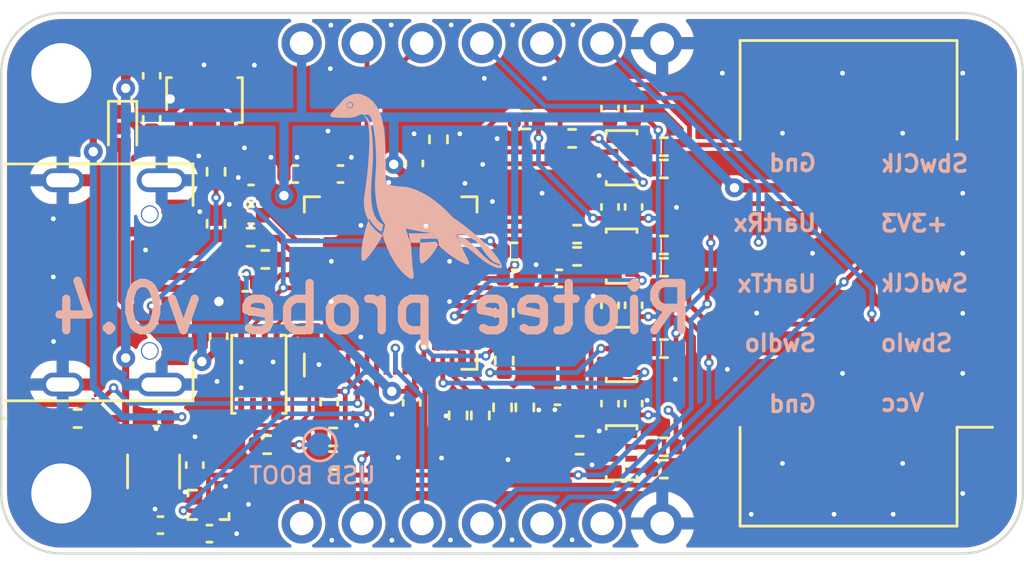
<source format=kicad_pcb>
(kicad_pcb (version 20211014) (generator pcbnew)
  (layers (0 "F.Cu" signal) (1 "In1.Cu" signal) (2 "In2.Cu" signal) (31 "B.Cu" signal) (34 "B.Paste" user) (35 "F.Paste" user) (36 "B.SilkS" user "B.Silkscreen") (37 "F.SilkS" user "F.Silkscreen") (38 "B.Mask" user) (39 "F.Mask" user) (44 "Edge.Cuts" user))
  (net 0 "")
  (net 1 "GND")
  (net 2 "Net-(J1-PadA5)")
  (net 4 "Net-(J1-PadB5)")
  (net 6 "+3V3")
  (net 7 "/Controller/QSPI_SS")
  (net 8 "/Controller/QSPI_SD3")
  (net 9 "/Controller/QSPI_CLK")
  (net 10 "/Controller/QSPI_SD0")
  (net 11 "/Controller/QSPI_SD2")
  (net 12 "/Controller/QSPI_SD1")
  (net 13 "VBUS")
  (net 14 "/Connectors/TargetVcc")
  (net 15 "/Connectors/Target_SWD.CLK")
  (net 16 "/Connectors/Target_SBW.CLK")
  (net 17 "/Connectors/Target_SWD.IO")
  (net 18 "/Connectors/Target_UART_RX")
  (net 19 "/Controller/UartTx")
  (net 20 "/LevelShifter/TransEnableDec0")
  (net 21 "Net-(C1-Pad2)")
  (net 22 "Net-(C2-Pad1)")
  (net 23 "/Connectors/Target_SBW.IO")
  (net 24 "/Connectors/Target_UART_TX")
  (net 26 "/Controller/LED0")
  (net 27 "/Controller/USB.D+")
  (net 28 "/Controller/USB.D-")
  (net 29 "/Controller/UsbBoot")
  (net 30 "/Controller/SwdOut.CLK")
  (net 31 "/Controller/SbwOut.CLK")
  (net 32 "/Controller/SwdOut.IO")
  (net 33 "/Controller/SbwOut.IO")
  (net 34 "/Controller/UartRx")
  (net 35 "Net-(C3-Pad1)")
  (net 36 "Net-(D1-Pad2)")
  (net 37 "Net-(R1-Pad2)")
  (net 38 "Net-(R2-Pad1)")
  (net 39 "Net-(R3-Pad1)")
  (net 40 "Net-(D2-Pad2)")
  (net 41 "/LevelShifter/TransEnableDec1")
  (net 42 "/LevelShifter/TransEnableDec2")
  (net 43 "/Controller/TransEnable1")
  (net 44 "/Controller/TransEnable2")
  (net 45 "/Controller/TransEnable0")
  (net 46 "Net-(R14-Pad1)")
  (net 47 "Net-(R15-Pad1)")
  (net 48 "Net-(R9-Pad1)")
  (net 49 "Net-(R10-Pad2)")
  (net 50 "Net-(R11-Pad2)")
  (net 51 "Net-(R12-Pad1)")
  (net 52 "/Controller/ProgDir")
  (net 53 "/Controller/Trans_UARTRX_Dir")
  (net 55 "Net-(R13-Pad1)")
  (net 56 "Net-(R20-Pad2)")
  (net 57 "Net-(R21-Pad2)")
  (net 58 "Net-(R23-Pad1)")
  (net 59 "Net-(R22-Pad2)")
  (net 62 "Net-(R24-Pad1)")
  (net 63 "/Connectors/TargetPowerEnable")
  (net 81 "/Connectors/PiGpio0")
  (net 82 "/Connectors/PiGpio1")
  (net 83 "/Connectors/PiGpio2")
  (net 84 "/Connectors/PiGpio3")
  (net 85 "+2V1")
  (net 86 "Net-(C25-Pad1)")
  (footprint "Capacitor_SMD:C_0402_1005Metric" (layer "F.Cu") (at 203.53 59 -90)
    (fp_text reference "C16" hide)
    (fp_text value "0.1u" hide)
  )
  (footprint "Capacitor_SMD:C_0402_1005Metric" (layer "F.Cu") (at 195.15 67.2875 -90)
    (fp_text reference "C10" hide)
    (fp_text value "0.1u" hide)
  )
  (footprint "Resistor_SMD:R_0402_1005Metric" (layer "F.Cu") (at 205.81 64.99)
    (fp_text reference "R23" hide)
    (fp_text value "12R" hide)
  )
  (footprint "Resistor_SMD:R_0402_1005Metric" (layer "F.Cu") (at 205.81 57.39)
    (fp_text reference "R13" hide)
    (fp_text value "12R" hide)
  )
  (footprint "Resistor_SMD:R_0402_1005Metric" (layer "F.Cu") (at 202.25 69.08)
    (fp_text reference "R21" hide)
    (fp_text value "12R" hide)
  )
  (footprint "Resistor_SMD:R_0402_1005Metric" (layer "F.Cu") (at 202.14 60.15)
    (fp_text reference "R10" hide)
    (fp_text value "12R" hide)
  )
  (footprint "Capacitor_SMD:C_0402_1005Metric" (layer "F.Cu") (at 186.99 64.4675 90)
    (fp_text reference "C14" hide)
    (fp_text value "0.1u" hide)
  )
  (footprint "Capacitor_SMD:C_0402_1005Metric" (layer "F.Cu") (at 184.16 53.45 -90)
    (fp_text reference "C26" hide)
    (fp_text value "4.7u" hide)
  )
  (footprint "Capacitor_SMD:C_0402_1005Metric" (layer "F.Cu") (at 192.14 57.6075)
    (fp_text reference "C12" hide)
    (fp_text value "0.1u" hide)
  )
  (footprint "Resistor_SMD:R_0402_1005Metric" (layer "F.Cu") (at 186.88 57.51 90)
    (fp_text reference "R25" hide)
    (fp_text value "5.1k" hide)
  )
  (footprint "Capacitor_SMD:C_0402_1005Metric" (layer "F.Cu") (at 188.36 58.43 180)
    (fp_text reference "C7" hide)
    (fp_text value "4.7u" hide)
  )
  (footprint "riotee:PinHeader_1x07_P2.54mm_Plain" (layer "F.Cu") (at 190.5 72.39 90)
    (fp_text reference "J2" hide)
    (fp_text value "Conn_01x07" hide)
  )
  (footprint "riotee:RALTRON_RH100" (layer "F.Cu") (at 201.15 64.55)
    (fp_text reference "Y1" hide)
    (fp_text value "Crystal_GND24" hide)
  )
  (footprint "riotee:NXP_SOT833-1" (layer "F.Cu") (at 204.03 56.92)
    (fp_text reference "U3" hide)
    (fp_text value "74LVC2T45GT" hide)
  )
  (footprint "Connector_IDC:IDC-Header_2x05_P2.54mm_Vertical_SMD" (layer "F.Cu") (at 213.614 62.23 180)
    (fp_text reference "J3" hide)
    (fp_text value "Conn_02x05_Odd_Even" hide)
  )
  (footprint "riotee:PinHeader_1x07_P2.54mm_Plain" (layer "F.Cu") (at 190.495 52.07 90)
    (fp_text reference "J4" hide)
    (fp_text value "Conn_01x07" hide)
  )
  (footprint "Resistor_SMD:R_0402_1005Metric" (layer "F.Cu") (at 198.99 67.48 -90)
    (fp_text reference "R16" hide)
    (fp_text value "5.1k" hide)
  )
  (footprint "Resistor_SMD:R_0402_1005Metric" (layer "F.Cu") (at 205.81 69.15)
    (fp_text reference "R24" hide)
    (fp_text value "12R" hide)
  )
  (footprint "riotee:NXP_SOT833-1" (layer "F.Cu") (at 204.03 61.08)
    (fp_text reference "U4" hide)
    (fp_text value "74LVC2T45GT" hide)
  )
  (footprint "Capacitor_SMD:C_0402_1005Metric" (layer "F.Cu") (at 201.31 67.01)
    (fp_text reference "C1" hide)
    (fp_text value "12p" hide)
  )
  (footprint "Resistor_SMD:R_0402_1005Metric" (layer "F.Cu") (at 198.05 67.82 -90)
    (fp_text reference "R19" hide)
    (fp_text value "120R" hide)
  )
  (footprint "Resistor_SMD:R_0402_1005Metric" (layer "F.Cu") (at 202.14 61.09)
    (fp_text reference "R11" hide)
    (fp_text value "12R" hide)
  )
  (footprint "Capacitor_SMD:C_0402_1005Metric" (layer "F.Cu") (at 201.39 62.02)
    (fp_text reference "C2" hide)
    (fp_text value "12p" hide)
  )
  (footprint "Resistor_SMD:R_0402_1005Metric" (layer "F.Cu") (at 181.03 67.95 180)
    (fp_text reference "R6" hide)
    (fp_text value "120R" hide)
  )
  (footprint "Resistor_SMD:R_0402_1005Metric" (layer "F.Cu") (at 191.83 69.73)
    (fp_text reference "R27" hide)
    (fp_text value "12R" hide)
  )
  (footprint "Capacitor_SMD:C_0402_1005Metric" (layer "F.Cu") (at 190.23 57.6075 180)
    (fp_text reference "C13" hide)
    (fp_text value "0.1u" hide)
  )
  (footprint "Resistor_SMD:R_0402_1005Metric" (layer "F.Cu") (at 186.88 59.71 90)
    (fp_text reference "R26" hide)
    (fp_text value "5.1k" hide)
  )
  (footprint "Resistor_SMD:R_0402_1005Metric" (layer "F.Cu") (at 188.34 60.28 180)
    (fp_text reference "R3" hide)
    (fp_text value "27R" hide)
  )
  (footprint "riotee:NXP_SOT833-1" (layer "F.Cu") (at 204.03 69.4)
    (fp_text reference "U6" hide)
    (fp_text value "74LVC2T45GT" hide)
  )
  (footprint "Capacitor_SMD:C_0402_1005Metric" (layer "F.Cu") (at 188.4 63.1775 180)
    (fp_text reference "C3" hide)
    (fp_text value "0.1u" hide)
  )
  (footprint "Resistor_SMD:R_0402_1005Metric" (layer "F.Cu") (at 197.11 67.82 -90)
    (fp_text reference "R17" hide)
    (fp_text value "5.1k" hide)
  )
  (footprint "Resistor_SMD:R_0402_1005Metric" (layer "F.Cu") (at 199.93 67.48 -90)
    (fp_text reference "R18" hide)
    (fp_text value "120R" hide)
  )
  (footprint "LED_SMD:LED_0402_1005Metric" (layer "F.Cu") (at 179.03 67.95)
    (fp_text reference "D1" hide)
    (fp_text value "LED" hide)
  )
  (footprint "riotee:NXP_SOT833-1" (layer "F.Cu") (at 204.03 65.24)
    (fp_text reference "U5" hide)
    (fp_text value "74LVC2T45GT" hide)
  )
  (footprint "Capacitor_SMD:C_0402_1005Metric" (layer "F.Cu") (at 185.98 69.92 90)
    (fp_text reference "C27" hide)
    (fp_text value "4.7u" hide)
  )
  (footprint "Diode_SMD:D_SOD-523" (layer "F.Cu") (at 182.93 55.68 -90)
    (fp_text reference "D2" hide)
    (fp_text value "D_Schottky" hide)
  )
  (footprint "Resistor_SMD:R_0402_1005Metric" (layer "F.Cu") (at 191.83 68.73 180)
    (fp_text reference "R5" hide)
    (fp_text value "DNP" hide)
  )
  (footprint "Resistor_SMD:R_0402_1005Metric" (layer "F.Cu") (at 199.06 65.5 -90)
    (fp_text reference "R20" hide)
    (fp_text value "12R" hide)
  )
  (footprint "Capacitor_SMD:C_0402_1005Metric" (layer "F.Cu") (at 184.16 55.27 90)
    (fp_text reference "C24" hide)
    (fp_text value "4.7u" hide)
  )
  (footprint "Capacitor_SMD:C_0402_1005Metric" (layer "F.Cu") (at 204.53 59 90)
    (fp_text reference "C18" hide)
    (fp_text value "0.1u" hide)
  )
  (footprint "Capacitor_SMD:C_0402_1005Metric" (layer "F.Cu") (at 203.53 54.84 -90)
    (fp_text reference "C15" hide)
    (fp_text value "0.1u" hide)
  )
  (footprint "Resistor_SMD:R_0402_1005Metric" (layer "F.Cu") (at 196.28 56.14 90)
    (fp_text reference "R7" hide)
    (fp_text value "5.1k" hide)
  )
  (footprint "Capacitor_SMD:C_0402_1005Metric" (layer "F.Cu") (at 184.35 67.91 180)
    (fp_text reference "C23" hide)
    (fp_text value "4.7u" hide)
  )
  (footprint "Capacitor_SMD:C_0402_1005Metric" (layer "F.Cu") (at 188.11 62.2075 180)
    (fp_text reference "C6" hide)
    (fp_text value "0.1u" hide)
  )
  (footprint "riotee:AMPH_12402012E212A" (layer "F.Cu") (at 181.7075 62.19 -90)
    (fp_text reference "J1" hide)
    (fp_text value "12402012E212A" hide)
  )
  (footprint "Capacitor_SMD:C_0402_1005Metric" (layer "F.Cu") (at 203.53 67.32 -90)
    (fp_text reference "C20" hide)
    (fp_text value "0.1u" hide)
  )
  (footprint "Capacitor_SMD:C_0402_1005Metric" (layer "F.Cu") (at 199.5 60.8775)
    (fp_text reference "C4" hide)
    (fp_text value "0.1u" hide)
  )
  (footprint "Capacitor_SMD:C_0402_1005Metric" (layer "F.Cu") (at 195.26 57.16 90)
    (fp_text reference "C9" hide)
    (fp_text value "0.1u" hide)
  )
  (footprint "Resistor_SMD:R_0402_1005Metric" (layer "F.Cu") (at 205.81 56.45)
    (fp_text reference "R12" hide)
    (fp_text value "12R" hide)
  )
  (footprint "Resistor_SMD:R_0402_1005Metric" (layer "F.Cu") (at 205.81 60.61)
    (fp_text reference "R14" hide)
    (fp_text value "12R" hide)
  )
  (footprint "Resistor_SMD:R_0402_1005Metric" (layer "F.Cu") (at 199.06 63.48 90)
    (fp_text reference "R1" hide)
    (fp_text value "1k" hide)
  )
  (footprint "Capacitor_SMD:C_0402_1005Metric" (layer "F.Cu") (at 203.53 63.16 -90)
    (fp_text reference "C19" hide)
    (fp_text value "0.1u" hide)
  )
  (footprint "Resistor_SMD:R_0402_1005Metric" (layer "F.Cu") (at 200 55.32)
    (fp_text reference "R8" hide)
    (fp_text value "120R" hide)
  )
  (footprint "riotee:WB_UX8" (layer "F.Cu") (at 188.69 66.08 90)
    (fp_text reference "U2" hide)
    (fp_text value "W25Q16JVUXIQ" hide)
  )
  (footprint "riotee:TI_DBV0005A" (layer "F.Cu") (at 186.39 54.48 90)
    (fp_text reference "U8" hide)
    (fp_text value "TLV73333PDBV" hide)
  )
  (footprint "riotee:TI_YZP0005" (layer "F.Cu") (at 186.56 71.6 -90)
    (fp_text reference "U9" hide)
    (fp_text value "TS5A3166YZP" hide)
  )
  (footprint "riotee:RP_RP2040" (layer "F.Cu") (at 194.26 62.22 90)
    (fp_text reference "U1" hide)
    (fp_text value "RP2040" hide)
  )
  (footprint "Resistor_SMD:R_0402_1005Metric" (layer "F.Cu") (at 205.81 70.09 180)
    (fp_text reference "R22" hide)
    (fp_text value "5.1k" hide)
  )
  (footprint "Capacitor_SMD:C_0402_1005Metric" (layer "F.Cu") (at 204.53 67.32 90)
    (fp_text reference "C22" hide)
    (fp_text value "0.1u" hide)
  )
  (footprint "Capacitor_SMD:C_0402_1005Metric" (layer "F.Cu") (at 204.53 54.84 90)
    (fp_text reference "C17" hide)
    (fp_text value "0.1u" hide)
  )
  (footprint "Capacitor_SMD:C_0402_1005Metric" (layer "F.Cu") (at 188.36 59.35 180)
    (fp_text reference "C5" hide)
    (fp_text value "4.7u" hide)
  )
  (footprint "Resistor_SMD:R_0402_1005Metric" (layer "F.Cu") (at 205.81 61.55)
    (fp_text reference "R15" hide)
    (fp_text value "12R" hide)
  )
  (footprint "Resistor_SMD:R_0402_1005Metric" (layer "F.Cu") (at 188.96 61.22 180)
    (fp_text reference "R2" hide)
    (fp_text value "27R" hide)
  )
  (footprint "Resistor_SMD:R_0402_1005Metric" (layer "F.Cu") (at 189.04 69.0575 180)
    (fp_text reference "R4" hide)
    (fp_text value "1k" hide)
  )
  (footprint "Capacitor_SMD:C_0402_1005Metric" (layer "F.Cu") (at 184.53 72.46)
    (fp_text reference "C25" hide)
    (fp_text value "DNP" hide)
  )
  (footprint "Capacitor_SMD:C_0402_1005Metric" (layer "F.Cu") (at 191.66 67.28 -90)
    (fp_text reference "C8" hide)
    (fp_text value "0.1u" hide)
  )
  (footprint "riotee:TI_DCK0005A" (layer "F.Cu") (at 184.24 70.19 -90)
    (fp_text reference "U7" hide)
    (fp_text value "TPS71721DCK" hide)
  )
  (footprint "Capacitor_SMD:C_0402_1005Metric" (layer "F.Cu") (at 204.53 63.16 90)
    (fp_text reference "C21" hide)
    (fp_text value "0.1u" hide)
  )
  (footprint "Capacitor_SMD:C_0402_1005Metric" (layer "F.Cu") (at 199.5 62.02)
    (fp_text reference "C11" hide)
    (fp_text value "0.1u" hide)
  )
  (footprint "Capacitor_SMD:C_0402_1005Metric" (layer "F.Cu") (at 186.6 72.82)
    (fp_text reference "C28" hide)
    (fp_text value "0.1u" hide)
  )
  (footprint "Resistor_SMD:R_0402_1005Metric" (layer "F.Cu") (at 201.93 56.1 180)
    (fp_text reference "R9" hide)
    (fp_text value "5.1k" hide)
  )
  (footprint "TestPoint:TestPoint_Pad_D1.0mm" (layer "B.Cu") (at 191.26 69.05 90)
    (fp_text reference "TP1")
    (fp_text value "TestPoint" hide)
  )
  (gr_poly (pts (xy 192.870805 54.212335) (xy 192.913814 54.21614) (xy 192.957087 54.222968) (xy 193.000786 54.232811) (xy 193.045074 54.245661) (xy 193.090114 54.261512) (xy 193.136068 54.280354) (xy 193.1831 54.302181) (xy 193.261703 54.344176) (xy 193.335396 54.390748) (xy 193.404337 54.441837) (xy 193.468685 54.497384) (xy 193.528599 54.557329) (xy 193.584238 54.621615) (xy 193.683328 54.762969) (xy 193.767225 54.920974) (xy 193.8372 55.095156) (xy 193.894524 55.285042) (xy 193.94047 55.49016) (xy 193.976308 55.710037) (xy 194.003309 55.9442) (xy 194.022744 56.192175) (xy 194.035885 56.453491) (xy 194.04837 57.014253) (xy 194.050933 57.622702) (xy 194.050933 57.754993) (xy 194.05177 57.785815) (xy 194.054246 57.81482) (xy 194.058311 57.842066) (xy 194.063915 57.867612) (xy 194.071006 57.891516) (xy 194.079536 57.913838) (xy 194.089454 57.934636) (xy 194.100708 57.953968) (xy 194.113249 57.971894) (xy 194.127027 57.988471) (xy 194.141991 58.003758) (xy 194.15809 58.017815) (xy 194.175274 58.030699) (xy 194.193493 58.042469) (xy 194.212697 58.053184) (xy 194.232835 58.062902) (xy 194.27571 58.079584) (xy 194.321718 58.092983) (xy 194.370454 58.103568) (xy 194.421516 58.111809) (xy 194.474499 58.118173) (xy 194.529003 58.123131) (xy 194.640955 58.130702) (xy 194.746912 58.137523) (xy 194.800247 58.142003) (xy 194.853613 58.147569) (xy 194.906855 58.154499) (xy 194.959819 58.163072) (xy 195.012348 58.173567) (xy 195.038401 58.179623) (xy 195.064288 58.186264) (xy 195.158809 58.21492) (xy 195.251808 58.247115) (xy 195.34319 58.282559) (xy 195.432859 58.320964) (xy 195.520721 58.362039) (xy 195.606679 58.405495) (xy 195.690638 58.451042) (xy 195.772503 58.49839) (xy 195.852178 58.547249) (xy 195.929568 58.597331) (xy 196.004577 58.648344) (xy 196.07711 58.7) (xy 196.214365 58.80408) (xy 196.340572 58.907254) (xy 196.454964 59.007202) (xy 196.556781 59.101609) (xy 196.645256 59.188155) (xy 196.719628 59.264524) (xy 196.823007 59.377458) (xy 196.860809 59.421868) (xy 196.861049 59.422116) (xy 196.861275 59.422364) (xy 196.861487 59.42261) (xy 196.861687 59.422855) (xy 196.861875 59.423098) (xy 196.862053 59.423339) (xy 196.86238 59.423811) (xy 196.863454 59.425506) (xy 196.863579 59.425688) (xy 196.863704 59.425862) (xy 196.863831 59.426027) (xy 196.863961 59.426183) (xy 196.864095 59.426329) (xy 196.864233 59.426465) (xy 196.864378 59.426591) (xy 196.864529 59.426705) (xy 196.864688 59.426808) (xy 196.864856 59.426898) (xy 196.865034 59.426976) (xy 196.865222 59.427041) (xy 196.865422 59.427092) (xy 196.865634 59.427129) (xy 196.86586 59.427152) (xy 196.8661 59.42716) (xy 197.080402 59.574007) (xy 197.285465 59.722243) (xy 197.480853 59.870958) (xy 197.666134 60.019248) (xy 197.840873 60.166204) (xy 198.004635 60.31092) (xy 198.156988 60.452489) (xy 198.297496 60.590003) (xy 198.425726 60.722557) (xy 198.541243 60.849243) (xy 198.643614 60.969155) (xy 198.732405 61.081384) (xy 198.80718 61.185025) (xy 198.867507 61.279171) (xy 198.912952 61.362914) (xy 198.943079 61.435347) (xy 198.937434 61.44012) (xy 198.931405 61.444504) (xy 198.924981 61.448486) (xy 198.923536 61.44924) (xy 198.924453 61.449342) (xy 198.928633 61.449449) (xy 198.932574 61.449144) (xy 198.936265 61.448402) (xy 198.939694 61.447195) (xy 198.942852 61.445498) (xy 198.945726 61.443284) (xy 198.949555 61.455934) (xy 198.953043 61.468089) (xy 198.956097 61.479747) (xy 198.957432 61.48539) (xy 198.958624 61.490909) (xy 198.959661 61.496304) (xy 198.960531 61.501575) (xy 198.961223 61.506722) (xy 198.961725 61.511745) (xy 198.962025 61.516644) (xy 198.962112 61.521419) (xy 198.961975 61.52607) (xy 198.961601 61.530596) (xy 198.961322 61.533264) (xy 198.960984 61.53581) (xy 198.960591 61.538239) (xy 198.960143 61.540555) (xy 198.959646 61.54276) (xy 198.959101 61.544857) (xy 198.958511 61.546852) (xy 198.95788 61.548745) (xy 198.95721 61.550542) (xy 198.956504 61.552246) (xy 198.955765 61.553859) (xy 198.954996 61.555386) (xy 198.9542 61.556829) (xy 198.95338 61.558192) (xy 198.952538 61.559479) (xy 198.951679 61.560693) (xy 198.950803 61.561837) (xy 198.949915 61.562914) (xy 198.949017 61.563929) (xy 198.948113 61.564884) (xy 198.946295 61.566628) (xy 198.944485 61.568176) (xy 198.942706 61.569552) (xy 198.940982 61.570785) (xy 198.937788 61.57293) (xy 198.934255 61.574852) (xy 198.930605 61.57665) (xy 198.926847 61.578325) (xy 198.922988 61.579875) (xy 198.919036 61.581301) (xy 198.914999 61.582604) (xy 198.910884 61.583782) (xy 198.906699 61.584836) (xy 198.902453 61.585766) (xy 198.898152 61.586572) (xy 198.893805 61.587255) (xy 198.889419 61.587813) (xy 198.885002 61.588247) (xy 198.880562 61.588557) (xy 198.876106 61.588743) (xy 198.871643 61.588805) (xy 198.835635 61.586898) (xy 198.797275 61.581364) (xy 198.756876 61.57248) (xy 198.714753 61.560528) (xy 198.671219 61.545784) (xy 198.626588 61.528529) (xy 198.581174 61.509042) (xy 198.535291 61.487602) (xy 198.489253 61.464487) (xy 198.443374 61.439977) (xy 198.397968 61.41435) (xy 198.353349 61.387887) (xy 198.267726 61.333565) (xy 198.189018 61.279242) (xy 198.139134 61.242304) (xy 198.090584 61.204994) (xy 198.043212 61.167436) (xy 197.996864 61.129753) (xy 197.906616 61.054513) (xy 197.818601 60.980264) (xy 197.740502 60.914164) (xy 197.664605 60.851321) (xy 197.590382 60.792507) (xy 197.553734 60.764855) (xy 197.517307 60.7385) (xy 197.481034 60.713541) (xy 197.444851 60.690074) (xy 197.408691 60.668197) (xy 197.372488 60.648005) (xy 197.336177 60.629596) (xy 197.299692 60.613066) (xy 197.262966 60.598514) (xy 197.229755 60.587322) (xy 197.334413 60.840034) (xy 197.351952 60.874786) (xy 197.369057 60.909694) (xy 197.403205 60.980594) (xy 197.439337 61.053974) (xy 197.458922 61.091982) (xy 197.479934 61.131076) (xy 197.491816 61.152343) (xy 197.502682 61.17251) (xy 197.512571 61.191607) (xy 197.521523 61.209665) (xy 197.529576 61.226716) (xy 197.536768 61.24279) (xy 197.543138 61.257918) (xy 197.548726 61.272131) (xy 197.553569 61.285461) (xy 197.557707 61.297939) (xy 197.561178 61.309594) (xy 197.564022 61.320459) (xy 197.566276 61.330564) (xy 197.56798 61.339941) (xy 197.569173 61.34862) (xy 197.569892 61.356633) (xy 197.570178 61.364009) (xy 197.570068 61.370782) (xy 197.569602 61.37698) (xy 197.568818 61.382636) (xy 197.567754 61.387781) (xy 197.566451 61.392444) (xy 197.564946 61.396659) (xy 197.563278 61.400454) (xy 197.561486 61.403862) (xy 197.559609 61.406914) (xy 197.557685 61.40964) (xy 197.555754 61.412071) (xy 197.552023 61.416174) (xy 197.548726 61.419471) (xy 197.546086 61.422039) (xy 197.543138 61.424293) (xy 197.539902 61.426244) (xy 197.536396 61.427905) (xy 197.532637 61.429286) (xy 197.528646 61.430401) (xy 197.524439 61.431259) (xy 197.520035 61.431874) (xy 197.510711 61.432416) (xy 197.500822 61.432122) (xy 197.490514 61.431083) (xy 197.479934 61.429393) (xy 197.469231 61.427145) (xy 197.45855 61.424432) (xy 197.448041 61.421347) (xy 197.437849 61.417983) (xy 197.428122 61.414433) (xy 197.419007 61.410789) (xy 197.410653 61.407146) (xy 197.403205 61.403596) (xy 197.293925 61.352498) (xy 197.188401 61.298667) (xy 197.08673 61.242472) (xy 196.989008 61.184281) (xy 196.895332 61.124462) (xy 196.8058 61.063384) (xy 196.720507 61.001414) (xy 196.639551 60.938921) (xy 196.56303 60.876273) (xy 196.491039 60.813839) (xy 196.423675 60.751985) (xy 196.361036 60.691081) (xy 196.303219 60.631495) (xy 196.270907 60.596129) (xy 196.261239 60.614436) (xy 196.255622 60.625097) (xy 196.252268 60.631014) (xy 196.211967 60.703026) (xy 196.170588 60.772163) (xy 196.128357 60.838338) (xy 196.085498 60.901467) (xy 196.042236 60.961465) (xy 195.998795 61.018246) (xy 195.955401 61.071724) (xy 195.912279 61.121816) (xy 195.869652 61.168434) (xy 195.827746 61.211495) (xy 195.786786 61.250912) (xy 195.746997 61.286601) (xy 195.708602 61.318477) (xy 195.671828 61.346453) (xy 195.636899 61.370445) (xy 195.604039 61.390367) (xy 195.602024 61.391297) (xy 195.599951 61.392098) (xy 195.597824 61.392768) (xy 195.595647 61.393302) (xy 195.593423 61.393697) (xy 195.591156 61.393948) (xy 195.588851 61.394052) (xy 195.586511 61.394005) (xy 195.584139 61.393803) (xy 195.581741 61.393442) (xy 195.579319 61.392918) (xy 195.576878 61.392227) (xy 195.574422 61.391366) (xy 195.571953 61.390331) (xy 195.569477 61.389117) (xy 195.566997 61.387722) (xy 195.560991 61.384352) (xy 195.554916 61.380239) (xy 195.548824 61.375443) (xy 195.542772 61.370027) (xy 195.536812 61.364054) (xy 195.531 61.357584) (xy 195.525389 61.35068) (xy 195.520034 61.343404) (xy 195.514989 61.335818) (xy 195.510309 61.327983) (xy 195.506047 61.319963) (xy 195.502257 61.311819) (xy 195.498995 61.303613) (xy 195.496314 61.295407) (xy 195.494269 61.287262) (xy 195.492914 61.279242) (xy 195.487691 61.234978) (xy 195.483871 61.184214) (xy 195.480098 61.067203) (xy 195.480915 60.93624) (xy 195.485638 60.799354) (xy 195.493586 60.664577) (xy 195.504076 60.539939) (xy 195.507635 60.509261) (xy 195.570304 60.506328) (xy 195.712766 60.497853) (xy 195.852747 60.488138) (xy 195.930799 60.48264) (xy 196.006867 60.477885) (xy 196.157018 60.469617) (xy 196.145976 60.449525) (xy 196.135655 60.428069) (xy 196.126032 60.405435) (xy 196.121224 60.392742) (xy 196.115738 60.380868) (xy 196.108703 60.364123) (xy 196.10186 60.34662) (xy 196.074667 60.345594) (xy 196.034622 60.344008) (xy 195.994175 60.343072) (xy 195.953046 60.343315) (xy 195.932138 60.344043) (xy 195.910955 60.345263) (xy 195.868756 60.347666) (xy 195.822403 60.349108) (xy 195.72244 60.350224) (xy 195.621485 60.350844) (xy 195.573891 60.351666) (xy 195.529956 60.353201) (xy 195.523087 60.389558) (xy 195.516427 60.43347) (xy 195.507635 60.509261) (xy 195.497988 60.509713) (xy 195.424866 60.512322) (xy 195.350876 60.514002) (xy 195.275956 60.514596) (xy 195.233705 60.514141) (xy 195.189966 60.512943) (xy 195.097605 60.509365) (xy 195.103437 60.529281) (xy 195.109831 60.557333) (xy 195.115334 60.587973) (xy 195.120058 60.621008) (xy 195.127618 60.69349) (xy 195.133411 60.773227) (xy 195.143292 60.948265) (xy 195.149177 61.040466) (xy 195.156893 61.133721) (xy 195.163404 61.210719) (xy 195.169295 61.289826) (xy 195.180705 61.447914) (xy 195.186969 61.523672) (xy 195.1941 61.595089) (xy 195.202471 61.660552) (xy 195.207239 61.690548) (xy 195.212455 61.71845) (xy 195.216427 61.740027) (xy 195.21992 61.760618) (xy 195.222952 61.780249) (xy 195.22554 61.798942) (xy 195.227702 61.81672) (xy 195.229454 61.833606) (xy 195.230816 61.849625) (xy 195.231803 61.864798) (xy 195.232434 61.87915) (xy 195.232726 61.892703) (xy 195.232696 61.905482) (xy 195.232361 61.917508) (xy 195.23174 61.928806) (xy 195.23085 61.939398) (xy 195.229707 61.949308) (xy 195.228331 61.95856) (xy 195.226737 61.967176) (xy 195.224943 61.975179) (xy 195.222968 61.982593) (xy 195.220827 61.989442) (xy 195.21854 61.995748) (xy 195.216122 62.001534) (xy 195.213592 62.006824) (xy 195.210967 62.011642) (xy 195.208265 62.01601) (xy 195.205502 62.019952) (xy 195.202697 62.02349) (xy 195.199867 62.026649) (xy 195.197029 62.029451) (xy 195.194201 62.03192) (xy 195.191399 62.034079) (xy 195.188643 62.035951) (xy 195.18329 62.038877) (xy 195.177665 62.041226) (xy 195.171788 62.043022) (xy 195.165683 62.044292) (xy 195.15937 62.045061) (xy 195.152872 62.045357) (xy 195.14621 62.045206) (xy 195.139405 62.044633) (xy 195.132481 62.043664) (xy 195.125459 62.042327) (xy 195.118359 62.040646) (xy 195.111206 62.038649) (xy 195.096821 62.033808) (xy 195.082479 62.028014) (xy 195.068354 62.021475) (xy 195.05462 62.014402) (xy 195.041452 62.007003) (xy 195.029025 61.999488) (xy 195.017512 61.992066) (xy 195.007088 61.984946) (xy 194.990205 61.972451) (xy 194.933343 61.928424) (xy 194.878327 61.882271) (xy 194.825125 61.834144) (xy 194.773707 61.784193) (xy 194.676102 61.679434) (xy 194.585269 61.569209) (xy 194.500962 61.454737) (xy 194.422938 61.337234) (xy 194.350952 61.217917) (xy 194.28476 61.098003) (xy 194.224119 60.978709) (xy 194.168783 60.861253) (xy 194.118509 60.74685) (xy 194.073052 60.636719) (xy 193.995615 60.434137) (xy 193.934518 60.263243) (xy 193.919282 60.217535) (xy 193.923262 60.21033) (xy 193.950393 60.228847) (xy 193.949017 60.201965) (xy 193.948812 60.174028) (xy 193.94914 60.163469) (xy 193.95833 60.146826) (xy 193.957646 60.144357) (xy 193.95571 60.140093) (xy 193.950657 60.130683) (xy 193.949707 60.145224) (xy 193.94914 60.163469) (xy 193.923262 60.21033) (xy 193.915617 60.205112) (xy 193.912363 60.183131) (xy 193.909372 60.159125) (xy 193.906986 60.135708) (xy 193.905166 60.112926) (xy 193.903872 60.090827) (xy 193.903067 60.069456) (xy 193.902712 60.048861) (xy 193.902713 60.048528) (xy 193.898319 60.040656) (xy 193.89598 60.035989) (xy 193.89483 60.033055) (xy 193.890915 60.030726) (xy 193.887101 60.028687) (xy 193.883382 60.026917) (xy 193.879751 60.025396) (xy 193.876202 60.024104) (xy 193.872727 60.02302) (xy 193.86932 60.022125) (xy 193.865974 60.021396) (xy 193.859439 60.020362) (xy 193.853066 60.019753) (xy 193.840591 60.019164) (xy 193.834381 60.018858) (xy 193.828116 60.018327) (xy 193.821743 60.017408) (xy 193.818499 60.016753) (xy 193.815207 60.01594) (xy 193.811862 60.014948) (xy 193.808455 60.013758) (xy 193.80498 60.012348) (xy 193.801431 60.0107) (xy 193.7978 60.008791) (xy 193.794081 60.006603) (xy 193.790267 60.004114) (xy 193.786351 60.001305) (xy 193.752207 59.975167) (xy 193.719203 59.948347) (xy 193.687299 59.920845) (xy 193.656457 59.89266) (xy 193.626639 59.863794) (xy 193.597805 59.834245) (xy 193.569916 59.804015) (xy 193.542935 59.773102) (xy 193.516821 59.741507) (xy 193.491537 59.70923) (xy 193.467044 59.67627) (xy 193.443303 59.642629) (xy 193.420274 59.608306) (xy 193.39792 59.5733) (xy 193.376202 59.537612) (xy 193.355081 59.501242) (xy 193.33012 59.55285) (xy 193.321116 59.574684) (xy 193.296492 59.528249) (xy 193.252224 59.429474) (xy 193.214436 59.327692) (xy 193.183272 59.223239) (xy 193.158875 59.116452) (xy 193.141388 59.00767) (xy 193.130956 58.897229) (xy 193.12772 58.785467) (xy 193.131825 58.67272) (xy 193.143414 58.559326) (xy 193.211916 58.079314) (xy 193.267081 57.620732) (xy 193.31837 57.086589) (xy 193.352419 56.529502) (xy 193.358803 56.258797) (xy 193.355866 56.002087) (xy 193.341937 55.765949) (xy 193.315347 55.556962) (xy 193.274424 55.3817) (xy 193.248065 55.308772) (xy 193.217497 55.246743) (xy 193.209155 55.232726) (xy 193.200987 55.219442) (xy 193.192981 55.206879) (xy 193.185127 55.195025) (xy 193.177413 55.183869) (xy 193.169826 55.173398) (xy 193.162355 55.163602) (xy 193.15499 55.154469) (xy 193.147717 55.145987) (xy 193.140525 55.138145) (xy 193.133404 55.13093) (xy 193.12634 55.124332) (xy 193.119323 55.118338) (xy 193.112341 55.112937) (xy 193.105382 55.108117) (xy 193.098435 55.103868) (xy 193.103964 55.10526) (xy 193.110111 55.106017) (xy 193.120151 55.105954) (xy 193.124272 55.107687) (xy 193.137496 55.11407) (xy 193.151681 55.121852) (xy 193.166734 55.131169) (xy 193.182563 55.142156) (xy 193.199073 55.154949) (xy 193.216173 55.169684) (xy 193.233769 55.186496) (xy 193.251768 55.205521) (xy 193.260889 55.215906) (xy 193.270077 55.226895) (xy 193.279318 55.238505) (xy 193.288603 55.250754) (xy 193.297918 55.263657) (xy 193.307253 55.277232) (xy 193.316595 55.291496) (xy 193.325934 55.306466) (xy 193.335257 55.322159) (xy 193.344553 55.338591) (xy 193.35381 55.355781) (xy 193.363017 55.373743) (xy 193.38784 55.433945) (xy 193.410668 55.510448) (xy 193.431425 55.601881) (xy 193.45004 55.70687) (xy 193.466437 55.824045) (xy 193.480545 55.952034) (xy 193.492287 56.089463) (xy 193.501592 56.234962) (xy 193.508386 56.387158) (xy 193.512594 56.54468) (xy 193.514144 56.706155) (xy 193.512961 56.87021) (xy 193.508972 57.035476) (xy 193.502104 57.200578) (xy 193.492282 57.364145) (xy 193.479434 57.524806) (xy 193.452691 57.85306) (xy 193.435157 58.195235) (xy 193.432256 58.367057) (xy 193.434553 58.536977) (xy 193.443011 58.703198) (xy 193.458598 58.863928) (xy 193.482276 59.017372) (xy 193.515013 59.161734) (xy 193.557772 59.295222) (xy 193.583211 59.357326) (xy 193.611518 59.416039) (xy 193.642814 59.471136) (xy 193.677218 59.522393) (xy 193.714852 59.569584) (xy 193.755835 59.612487) (xy 193.80029 59.650877) (xy 193.848335 59.684529) (xy 193.900093 59.713219) (xy 193.955683 59.736722) (xy 193.953038 59.747306) (xy 193.948325 59.763925) (xy 193.937163 59.804853) (xy 193.930558 59.830247) (xy 193.924016 59.856695) (xy 193.918094 59.882522) (xy 193.91554 59.894681) (xy 193.91335 59.906056) (xy 193.909557 59.930302) (xy 193.906322 59.959138) (xy 193.903956 59.99219) (xy 193.903195 60.010181) (xy 193.902767 60.029087) (xy 193.902713 60.048528) (xy 193.905869 60.05418) (xy 193.927573 60.090932) (xy 193.938936 60.11013) (xy 193.948781 60.127189) (xy 193.950657 60.130683) (xy 193.951633 60.115737) (xy 193.954521 60.085754) (xy 193.9583 60.055462) (xy 193.9629 60.025045) (xy 193.968252 59.99469) (xy 193.974287 59.964584) (xy 193.980934 59.934911) (xy 193.987042 59.911347) (xy 194.89231 59.911347) (xy 194.976976 60.160055) (xy 195.096039 60.509305) (xy 195.097605 60.509365) (xy 195.096038 60.504013) (xy 195.021955 60.11243) (xy 195.154949 60.114207) (xy 195.462817 60.114745) (xy 195.487228 60.114407) (xy 196.053754 60.114407) (xy 196.05383 60.124336) (xy 196.054278 60.135752) (xy 196.055184 60.148696) (xy 196.055835 60.155753) (xy 196.056632 60.163205) (xy 196.057586 60.171059) (xy 196.058708 60.179319) (xy 196.060008 60.18799) (xy 196.061497 60.197077) (xy 196.063186 60.206584) (xy 196.065085 60.216516) (xy 196.067205 60.226879) (xy 196.069556 60.237676) (xy 196.07215 60.248914) (xy 196.074997 60.260596) (xy 196.08118 60.283813) (xy 196.08775 60.305813) (xy 196.0946 60.326557) (xy 196.10162 60.346007) (xy 196.10186 60.34662) (xy 196.105534 60.346759) (xy 196.108785 60.357376) (xy 196.117083 60.381809) (xy 196.121224 60.392742) (xy 196.129236 60.410086) (xy 196.141246 60.43335) (xy 196.150899 60.450352) (xy 196.159663 60.464325) (xy 196.202435 60.517749) (xy 196.250319 60.573595) (xy 196.270907 60.596129) (xy 196.276412 60.585704) (xy 196.28454 60.571043) (xy 196.288428 60.564385) (xy 196.29208 60.55846) (xy 196.295406 60.55348) (xy 196.298317 60.549659) (xy 196.300725 60.547211) (xy 196.301711 60.546567) (xy 196.302539 60.546347) (xy 196.297727 60.537956) (xy 196.293186 60.527836) (xy 196.288877 60.516244) (xy 196.284762 60.503435) (xy 196.276959 60.475188) (xy 196.269466 60.445144) (xy 196.261973 60.415347) (xy 196.258129 60.401181) (xy 196.25417 60.387845) (xy 196.250055 60.375594) (xy 196.245746 60.364683) (xy 196.241205 60.35537) (xy 196.238835 60.351392) (xy 196.236393 60.347909) (xy 196.215675 60.348664) (xy 196.195171 60.348989) (xy 196.154662 60.348612) (xy 196.105534 60.346759) (xy 196.101115 60.332323) (xy 196.094049 60.306836) (xy 196.087565 60.281102) (xy 196.076248 60.229632) (xy 196.066977 60.179402) (xy 196.065197 60.167993) (xy 197.006329 60.167993) (xy 197.225933 60.586035) (xy 197.229755 60.587322) (xy 197.225934 60.578096) (xy 197.029059 60.171223) (xy 197.019317 60.170792) (xy 197.006329 60.167993) (xy 196.065197 60.167993) (xy 196.065197 60.167992) (xy 197.027496 60.167992) (xy 197.029059 60.171223) (xy 197.036188 60.171538) (xy 197.036717 60.171515) (xy 197.098272 60.195029) (xy 197.149907 60.216082) (xy 197.208736 60.241414) (xy 197.272029 60.270467) (xy 197.304497 60.286214) (xy 197.337059 60.302682) (xy 197.369372 60.319801) (xy 197.401096 60.337501) (xy 197.43189 60.355714) (xy 197.461413 60.374367) (xy 197.495145 60.397566) (xy 197.529729 60.423284) (xy 197.564964 60.451188) (xy 197.60065 60.480945) (xy 197.636583 60.512221) (xy 197.672563 60.544682) (xy 197.743856 60.611831) (xy 197.812916 60.679723) (xy 197.878132 60.745693) (xy 197.99058 60.8612) (xy 198.121176 60.999238) (xy 198.163331 61.042013) (xy 198.208845 61.086535) (xy 198.257499 61.132027) (xy 198.309072 61.177708) (xy 198.363342 61.2228) (xy 198.420088 61.266525) (xy 198.47909 61.308102) (xy 198.540127 61.346752) (xy 198.57134 61.364737) (xy 198.602978 61.381698) (xy 198.635015 61.397538) (xy 198.667422 61.412159) (xy 198.700172 61.425465) (xy 198.733238 61.437358) (xy 198.766591 61.44774) (xy 198.800205 61.456514) (xy 198.812826 61.459183) (xy 198.824901 61.461247) (xy 198.836441 61.462723) (xy 198.847457 61.463624) (xy 198.857963 61.463968) (xy 198.867968 61.463769) (xy 198.877485 61.463043) (xy 198.886525 61.461805) (xy 198.8951 61.460072) (xy 198.903221 61.457857) (xy 198.910901 61.455178) (xy 198.91815 61.452049) (xy 198.923536 61.44924) (xy 198.920046 61.448849) (xy 198.915422 61.447997) (xy 198.910593 61.446812) (xy 198.90557 61.445319) (xy 198.894984 61.441517) (xy 198.883756 61.4368) (xy 198.871973 61.431378) (xy 198.847101 61.419255) (xy 198.821082 61.406821) (xy 198.807865 61.401012) (xy 198.794629 61.395752) (xy 198.781462 61.391252) (xy 198.774933 61.389353) (xy 198.768454 61.387722) (xy 198.734871 61.378234) (xy 198.701606 61.365773) (xy 198.668683 61.350525) (xy 198.636126 61.332681) (xy 198.603959 61.312428) (xy 198.572205 61.289954) (xy 198.540887 61.265449) (xy 198.510031 61.2391) (xy 198.449795 61.181626) (xy 198.391686 61.11904) (xy 198.335896 61.05285) (xy 198.282613 60.984562) (xy 198.232028 60.915686) (xy 198.18433 60.847729) (xy 198.098355 60.720599) (xy 198.02621 60.615237) (xy 197.995798 60.574487) (xy 197.969413 60.543701) (xy 197.94426 60.51894) (xy 197.917519 60.495182) (xy 197.889336 60.472316) (xy 197.859859 60.450229) (xy 197.829234 60.428808) (xy 197.797609 60.407942) (xy 197.731949 60.367422) (xy 197.59511 60.288089) (xy 197.526287 60.247476) (xy 197.492291 60.22654) (xy 197.458767 60.205034) (xy 197.444133 60.196142) (xy 197.429036 60.188282) (xy 197.413527 60.1814) (xy 197.397654 60.175444) (xy 197.381468 60.17036) (xy 197.365017 60.166095) (xy 197.331519 60.159807) (xy 197.297556 60.156155) (xy 197.263523 60.154712) (xy 197.229816 60.155051) (xy 197.196829 60.156748) (xy 197.134601 60.162504) (xy 197.079999 60.168571) (xy 197.056547 60.170655) (xy 197.036717 60.171515) (xy 197.027496 60.167992) (xy 196.065197 60.167992) (xy 196.059567 60.131901) (xy 196.054711 60.095258) (xy 196.054376 60.098861) (xy 196.053964 60.105929) (xy 196.053754 60.114407) (xy 195.487228 60.114407) (xy 195.639618 60.112301) (xy 195.808884 60.106849) (xy 195.953531 60.09749) (xy 195.99399 60.092989) (xy 196.008085 60.093167) (xy 196.053831 60.088617) (xy 196.054711 60.095258) (xy 196.054905 60.093165) (xy 196.055464 60.088802) (xy 196.055969 60.085734) (xy 196.056476 60.083326) (xy 196.011284 60.091065) (xy 195.99399 60.092989) (xy 195.946948 60.092395) (xy 195.872952 60.086995) (xy 195.788627 60.077662) (xy 195.599114 60.049969) (xy 195.398656 60.014865) (xy 195.045892 59.944626) (xy 194.89231 59.911347) (xy 193.987042 59.911347) (xy 193.995786 59.877612) (xy 194.01225 59.824282) (xy 194.020912 59.79957) (xy 194.029768 59.776409) (xy 193.984789 59.683805) (xy 193.953968 59.643318) (xy 193.924501 59.600296) (xy 193.869592 59.506994) (xy 193.819985 59.404583) (xy 193.775603 59.293751) (xy 193.736367 59.175183) (xy 193.702202 59.049564) (xy 193.673028 58.917582) (xy 193.648768 58.779922) (xy 193.629346 58.63727) (xy 193.614682 58.490312) (xy 193.604701 58.339734) (xy 193.599324 58.186222) (xy 193.598474 58.030462) (xy 193.602073 57.87314) (xy 193.610044 57.714943) (xy 193.62231 57.556555) (xy 193.634178 57.394191) (xy 193.641229 57.224901) (xy 193.643791 57.050627) (xy 193.642195 56.87331) (xy 193.627844 56.517316) (xy 193.600812 56.172454) (xy 193.563735 55.854256) (xy 193.519246 55.578257) (xy 193.495047 55.460937) (xy 193.469983 55.359992) (xy 193.444385 55.277363) (xy 193.418581 55.214993) (xy 193.409207 55.1975) (xy 193.399463 55.181683) (xy 193.389382 55.167463) (xy 193.378997 55.154764) (xy 193.36834 55.143508) (xy 193.357445 55.13362) (xy 193.346345 55.125021) (xy 193.335072 55.117634) (xy 193.323659 55.111383) (xy 193.31214 55.106191) (xy 193.300548 55.10198) (xy 193.288914 55.098674) (xy 193.277273 55.096195) (xy 193.265657 55.094467) (xy 193.2541 55.093412) (xy 193.242633 55.092954) (xy 193.220104 55.093518) (xy 193.198336 55.095543) (xy 193.158132 55.101511) (xy 193.140223 55.104222) (xy 193.124128 55.10593) (xy 193.120151 55.105954) (xy 193.112102 55.102568) (xy 193.101079 55.098577) (xy 193.09714 55.096189) (xy 193.093255 55.093983) (xy 193.089417 55.091955) (xy 193.085618 55.090102) (xy 193.081849 55.088419) (xy 193.078104 55.086903) (xy 193.074374 55.08555) (xy 193.070652 55.084356) (xy 193.06693 55.083316) (xy 193.0632 55.082428) (xy 193.059455 55.081687) (xy 193.055687 55.08109) (xy 193.051887 55.080632) (xy 193.048049 55.080309) (xy 193.044164 55.080119) (xy 193.040225 55.080056) (xy 193.033217 55.08027) (xy 193.026076 55.080898) (xy 193.018796 55.081922) (xy 193.011369 55.083322) (xy 193.003787 55.085078) (xy 192.996042 55.087172) (xy 192.988126 55.089583) (xy 192.980032 55.092293) (xy 192.963279 55.09853) (xy 192.945719 55.105729) (xy 192.927291 55.113734) (xy 192.907933 55.122389) (xy 192.867729 55.14105) (xy 192.821944 55.160547) (xy 192.769709 55.179735) (xy 192.740902 55.188854) (xy 192.710157 55.197465) (xy 192.677366 55.205425) (xy 192.64242 55.21259) (xy 192.60521 55.218818) (xy 192.565629 55.223964) (xy 192.523567 55.227886) (xy 192.478916 55.23044) (xy 192.431567 55.231481) (xy 192.381413 55.230868) (xy 192.238538 55.228223) (xy 192.129211 55.225262) (xy 192.031667 55.221897) (xy 191.987429 55.219861) (xy 191.946276 55.217479) (xy 191.908255 55.214671) (xy 191.873413 55.211355) (xy 191.841794 55.207451) (xy 191.813447 55.202875) (xy 191.788418 55.197548) (xy 191.777162 55.194577) (xy 191.766753 55.191388) (xy 191.757196 55.18797) (xy 191.748498 55.184313) (xy 191.740664 55.180407) (xy 191.7337 55.176241) (xy 191.727612 55.171807) (xy 191.722406 55.167093) (xy 191.718088 55.162089) (xy 191.714663 55.156785) (xy 191.712523 55.152042) (xy 191.711061 55.146744) (xy 191.710273 55.140897) (xy 191.710156 55.134502) (xy 191.710706 55.127565) (xy 191.711919 55.12009) (xy 191.71379 55.112079) (xy 191.716316 55.103538) (xy 191.719494 55.094469) (xy 191.723318 55.084877) (xy 191.727787 55.074766) (xy 191.732894 55.06414) (xy 191.738637 55.053001) (xy 191.745012 55.041356) (xy 191.752015 55.029206) (xy 191.759642 55.016556) (xy 191.936913 54.825395) (xy 192.055254 54.693763) (xy 192.410518 54.693763) (xy 192.410659 54.699346) (xy 192.41069 54.700571) (xy 192.411016 54.704855) (xy 192.411201 54.70729) (xy 192.411582 54.710284) (xy 192.412042 54.71391) (xy 192.412349 54.715626) (xy 192.413206 54.720425) (xy 192.41331 54.720874) (xy 192.414498 54.726022) (xy 192.414683 54.726825) (xy 192.415886 54.731062) (xy 192.416466 54.733103) (xy 192.417442 54.735988) (xy 192.418546 54.73925) (xy 192.419154 54.740794) (xy 192.420914 54.745257) (xy 192.421011 54.745471) (xy 192.423065 54.750014) (xy 192.423564 54.751117) (xy 192.425253 54.754415) (xy 192.426485 54.756822) (xy 192.427547 54.758668) (xy 192.42967 54.762362) (xy 192.42993 54.762766) (xy 192.43006 54.762969) (xy 192.432453 54.766702) (xy 192.433111 54.767729) (xy 192.435061 54.77047) (xy 192.4368 54.772916) (xy 192.4377 54.774062) (xy 192.44038 54.777471) (xy 192.440727 54.777913) (xy 192.443134 54.780692) (xy 192.444885 54.782713) (xy 192.445841 54.783716) (xy 192.448531 54.786538) (xy 192.449265 54.787308) (xy 192.451197 54.78915) (xy 192.45371 54.791545) (xy 192.45386 54.791688) (xy 192.456203 54.793718) (xy 192.458445 54.79566) (xy 192.45866 54.795846) (xy 192.460594 54.797366) (xy 192.462454 54.798827) (xy 192.463658 54.799773) (xy 192.464031 54.800039) (xy 192.465372 54.800993) (xy 192.466342 54.801683) (xy 192.466931 54.802101) (xy 192.46713 54.802243) (xy 192.468844 54.803462) (xy 192.474212 54.806903) (xy 192.479752 54.810088) (xy 192.485456 54.81301) (xy 192.491316 54.815659) (xy 192.497323 54.818028) (xy 192.50347 54.820108) (xy 192.509748 54.82189) (xy 192.516148 54.823367) (xy 192.522663 54.824531) (xy 192.529284 54.825372) (xy 192.529579 54.825395) (xy 192.536002 54.825883) (xy 192.54281 54.826055) (xy 192.549617 54.825883) (xy 192.55604 54.825395) (xy 192.556336 54.825372) (xy 192.562956 54.824531) (xy 192.569471 54.823367) (xy 192.575871 54.82189) (xy 192.582149 54.820108) (xy 192.588296 54.818028) (xy 192.594304 54.815659) (xy 192.600164 54.81301) (xy 192.605868 54.810088) (xy 192.611408 54.806903) (xy 192.616775 54.803462) (xy 192.61849 54.802243) (xy 192.618688 54.802101) (xy 192.619277 54.801683) (xy 192.620247 54.800993) (xy 192.621589 54.800039) (xy 192.621962 54.799773) (xy 192.623166 54.798827) (xy 192.625026 54.797366) (xy 192.62696 54.795846) (xy 192.627174 54.79566) (xy 192.629417 54.793718) (xy 192.63176 54.791688) (xy 192.631909 54.791545) (xy 192.634422 54.78915) (xy 192.636354 54.787308) (xy 192.637088 54.786538) (xy 192.639778 54.783716) (xy 192.640734 54.782713) (xy 192.642486 54.780692) (xy 192.644892 54.777913) (xy 192.64524 54.777471) (xy 192.647919 54.774062) (xy 192.64882 54.772916) (xy 192.650559 54.77047) (xy 192.652508 54.767729) (xy 192.653166 54.766702) (xy 192.655559 54.762969) (xy 192.65569 54.762766) (xy 192.655949 54.762362) (xy 192.658073 54.758668) (xy 192.659135 54.756822) (xy 192.660367 54.754415) (xy 192.662056 54.751117) (xy 192.662555 54.750014) (xy 192.664609 54.745471) (xy 192.664705 54.745257) (xy 192.666465 54.740794) (xy 192.667074 54.73925) (xy 192.668178 54.735988) (xy 192.669154 54.733103) (xy 192.669733 54.731062) (xy 192.670937 54.726825) (xy 192.671122 54.726022) (xy 192.67231 54.720874) (xy 192.672414 54.720425) (xy 192.673271 54.715626) (xy 192.673577 54.71391) (xy 192.674038 54.710284) (xy 192.674418 54.70729) (xy 192.674604 54.704855) (xy 192.674929 54.700571) (xy 192.67496 54.699346) (xy 192.675101 54.693763) (xy 192.67496 54.688181) (xy 192.674929 54.686956) (xy 192.674604 54.682672) (xy 192.674418 54.680237) (xy 192.674038 54.677243) (xy 192.673577 54.673617) (xy 192.673271 54.671901) (xy 192.672414 54.667102) (xy 192.67231 54.666653) (xy 192.671122 54.661505) (xy 192.670937 54.660702) (xy 192.669733 54.656465) (xy 192.669154 54.654424) (xy 192.668813 54.653415) (xy 192.668178 54.651538) (xy 192.667074 54.648277) (xy 192.666465 54.646733) (xy 192.664705 54.64227) (xy 192.664609 54.642056) (xy 192.662555 54.637513) (xy 192.662056 54.63641) (xy 192.660367 54.633112) (xy 192.659135 54.630705) (xy 192.658073 54.628859) (xy 192.655949 54.625165) (xy 192.65569 54.624761) (xy 192.653673 54.621615) (xy 192.653166 54.620825) (xy 192.652508 54.619798) (xy 192.650559 54.617057) (xy 192.64882 54.614611) (xy 192.647919 54.613465) (xy 192.64524 54.610056) (xy 192.644892 54.609614) (xy 192.642486 54.606835) (xy 192.640734 54.604814) (xy 192.639778 54.603811) (xy 192.637088 54.600989) (xy 192.636354 54.600219) (xy 192.634422 54.598377) (xy 192.631909 54.595982) (xy 192.63176 54.595839) (xy 192.629417 54.593809) (xy 192.627174 54.591867) (xy 192.62696 54.591681) (xy 192.625026 54.590161) (xy 192.623166 54.5887) (xy 192.621962 54.587753) (xy 192.621589 54.587488) (xy 192.620247 54.586534) (xy 192.619277 54.585844) (xy 192.618688 54.585425) (xy 192.61849 54.585284) (xy 192.616775 54.584065) (xy 192.611408 54.580624) (xy 192.605868 54.577439) (xy 192.600164 54.574517) (xy 192.594304 54.571868) (xy 192.588296 54.569499) (xy 192.582149 54.567419) (xy 192.580643 54.566992) (xy 192.575871 54.565637) (xy 192.569471 54.56416) (xy 192.562956 54.562996) (xy 192.556336 54.562155) (xy 192.549617 54.561644) (xy 192.54281 54.561472) (xy 192.536002 54.561644) (xy 192.529284 54.562155) (xy 192.522663 54.562996) (xy 192.516148 54.56416) (xy 192.509748 54.565637) (xy 192.504976 54.566992) (xy 192.50347 54.567419) (xy 192.497323 54.569499) (xy 192.491316 54.571868) (xy 192.485456 54.574517) (xy 192.479752 54.577439) (xy 192.474212 54.580624) (xy 192.468844 54.584065) (xy 192.46713 54.585284) (xy 192.466931 54.585425) (xy 192.466342 54.585844) (xy 192.465372 54.586534) (xy 192.464031 54.587488) (xy 192.463658 54.587753) (xy 192.462454 54.5887) (xy 192.460594 54.590161) (xy 192.45866 54.591681) (xy 192.458445 54.591867) (xy 192.456203 54.593809) (xy 192.45386 54.595839) (xy 192.45371 54.595982) (xy 192.451197 54.598377) (xy 192.449265 54.600219) (xy 192.448531 54.600989) (xy 192.445841 54.603811) (xy 192.444885 54.604814) (xy 192.443134 54.606835) (xy 192.440727 54.609614) (xy 192.44038 54.610056) (xy 192.4377 54.613465) (xy 192.4368 54.614611) (xy 192.435061 54.617057) (xy 192.433111 54.619798) (xy 192.432453 54.620825) (xy 192.431947 54.621615) (xy 192.42993 54.624761) (xy 192.42967 54.625165) (xy 192.427547 54.628859) (xy 192.426485 54.630705) (xy 192.425253 54.633112) (xy 192.423564 54.63641) (xy 192.423065 54.637513) (xy 192.421011 54.642056) (xy 192.420914 54.64227) (xy 192.419154 54.646733) (xy 192.418546 54.648277) (xy 192.417442 54.651538) (xy 192.416807 54.653415) (xy 192.416466 54.654424) (xy 192.415886 54.656465) (xy 192.414683 54.660702) (xy 192.414498 54.661505) (xy 192.41331 54.666653) (xy 192.413206 54.667102) (xy 192.412349 54.671901) (xy 192.412042 54.673617) (xy 192.411582 54.677243) (xy 192.411201 54.680237) (xy 192.411016 54.682672) (xy 192.41069 54.686956) (xy 192.410659 54.688181) (xy 192.410518 54.693763) (xy 192.055254 54.693763) (xy 192.091529 54.653415) (xy 192.166666 54.566992) (xy 192.233246 54.487389) (xy 192.242082 54.476941) (xy 192.25172 54.466435) (xy 192.262157 54.455874) (xy 192.273388 54.445263) (xy 192.28541 54.434605) (xy 192.298219 54.423905) (xy 192.31181 54.413166) (xy 192.326181 54.402392) (xy 192.341327 54.391587) (xy 192.357244 54.380755) (xy 192.373928 54.3699) (xy 192.391376 54.359025) (xy 192.428547 54.337233) (xy 192.468725 54.31541) (xy 192.516687 54.291658) (xy 192.563448 54.270999) (xy 192.60917 54.253426) (xy 192.654016 54.238929) (xy 192.698149 54.227502) (xy 192.741732 54.219137) (xy 192.784927 54.213826) (xy 192.827897 54.211561)) (layer "B.SilkS") (width 0) (fill solid))
  (gr_poly (pts (xy 192.5431 54.585425) (xy 192.548609 54.585844) (xy 192.554038 54.586534) (xy 192.55938 54.587488) (xy 192.564629 54.5887) (xy 192.569776 54.590161) (xy 192.574817 54.591867) (xy 192.579743 54.593809) (xy 192.584548 54.595982) (xy 192.589226 54.598377) (xy 192.593768 54.600989) (xy 192.59817 54.603811) (xy 192.602423 54.606835) (xy 192.606521 54.610056) (xy 192.610457 54.613465) (xy 192.614224 54.617057) (xy 192.617816 54.620825) (xy 192.621226 54.624761) (xy 192.624446 54.628859) (xy 192.627471 54.633112) (xy 192.630292 54.637513) (xy 192.632904 54.642056) (xy 192.6353 54.646733) (xy 192.637472 54.651538) (xy 192.639415 54.656465) (xy 192.64112 54.661505) (xy 192.642582 54.666653) (xy 192.643793 54.671901) (xy 192.644747 54.677243) (xy 192.645437 54.682672) (xy 192.645856 54.688181) (xy 192.645997 54.693763) (xy 192.645856 54.699346) (xy 192.645437 54.704855) (xy 192.644747 54.710284) (xy 192.643793 54.715626) (xy 192.642582 54.720874) (xy 192.64112 54.726022) (xy 192.639415 54.731062) (xy 192.637472 54.735988) (xy 192.6353 54.740794) (xy 192.632904 54.745471) (xy 192.630292 54.750014) (xy 192.627471 54.754415) (xy 192.624446 54.758668) (xy 192.621226 54.762766) (xy 192.617816 54.766702) (xy 192.614224 54.77047) (xy 192.610457 54.774062) (xy 192.606521 54.777471) (xy 192.602423 54.780692) (xy 192.59817 54.783716) (xy 192.593768 54.786538) (xy 192.589226 54.78915) (xy 192.584548 54.791545) (xy 192.579743 54.793718) (xy 192.574817 54.79566) (xy 192.569776 54.797366) (xy 192.564629 54.798827) (xy 192.55938 54.800039) (xy 192.554038 54.800993) (xy 192.548609 54.801683) (xy 192.5431 54.802101) (xy 192.537518 54.802243) (xy 192.531936 54.802101) (xy 192.526427 54.801683) (xy 192.520998 54.800993) (xy 192.515656 54.800039) (xy 192.510407 54.798827) (xy 192.50526 54.797366) (xy 192.500219 54.79566) (xy 192.495293 54.793718) (xy 192.490488 54.791545) (xy 192.48581 54.78915) (xy 192.481268 54.786538) (xy 192.476866 54.783716) (xy 192.472613 54.780692) (xy 192.468515 54.777471) (xy 192.464579 54.774062) (xy 192.460812 54.77047) (xy 192.45722 54.766702) (xy 192.45381 54.762766) (xy 192.45059 54.758668) (xy 192.447565 54.754415) (xy 192.444744 54.750014) (xy 192.442132 54.745471) (xy 192.439736 54.740794) (xy 192.437564 54.735988) (xy 192.435621 54.731062) (xy 192.433916 54.726022) (xy 192.432454 54.720874) (xy 192.431243 54.715626) (xy 192.430289 54.710284) (xy 192.429599 54.704855) (xy 192.42918 54.699346) (xy 192.429039 54.693763) (xy 192.42918 54.688181) (xy 192.429599 54.682672) (xy 192.430289 54.677243) (xy 192.431243 54.671901) (xy 192.432454 54.666653) (xy 192.433916 54.661505) (xy 192.435621 54.656465) (xy 192.437564 54.651538) (xy 192.439736 54.646733) (xy 192.442132 54.642056) (xy 192.444744 54.637513) (xy 192.447565 54.633112) (xy 192.45059 54.628859) (xy 192.45381 54.624761) (xy 192.45722 54.620825) (xy 192.460812 54.617057) (xy 192.464579 54.613465) (xy 192.468515 54.610056) (xy 192.472613 54.606835) (xy 192.476866 54.603811) (xy 192.481268 54.600989) (xy 192.48581 54.598377) (xy 192.490488 54.595982) (xy 192.495293 54.593809) (xy 192.500219 54.591867) (xy 192.50526 54.590161) (xy 192.510407 54.5887) (xy 192.515656 54.587488) (xy 192.520998 54.586534) (xy 192.526427 54.585844) (xy 192.531936 54.585425) (xy 192.537518 54.585284)) (layer "B.SilkS") (width 0) (fill solid))
  (gr_poly (pts (xy 193.347097 59.623679) (xy 193.403895 59.715428) (xy 193.466743 59.803157) (xy 193.535498 59.886529) (xy 193.610016 59.965209) (xy 193.690154 60.038857) (xy 193.775768 60.107138) (xy 193.810867 60.132108) (xy 193.862088 60.167992) (xy 193.913806 60.203876) (xy 193.915617 60.205112) (xy 193.915997 60.20768) (xy 193.919282 60.217535) (xy 193.910664 60.233142) (xy 193.859401 60.321787) (xy 193.805224 60.411804) (xy 193.748814 60.502236) (xy 193.690853 60.592125) (xy 193.632025 60.680514) (xy 193.57301 60.766446) (xy 193.514492 60.848964) (xy 193.457152 60.92711) (xy 193.401672 60.999926) (xy 193.348735 61.066457) (xy 193.299022 61.125743) (xy 193.253216 61.176828) (xy 193.211999 61.218755) (xy 193.176053 61.250567) (xy 193.160269 61.26238) (xy 193.14606 61.271305) (xy 193.141595 61.273631) (xy 193.13713 61.275651) (xy 193.132665 61.277369) (xy 193.1282 61.278788) (xy 193.123735 61.279912) (xy 193.119271 61.280746) (xy 193.114806 61.281293) (xy 193.110341 61.281558) (xy 193.105876 61.281543) (xy 193.101411 61.281253) (xy 193.096946 61.280691) (xy 193.092482 61.279863) (xy 193.088017 61.27877) (xy 193.083552 61.277419) (xy 193.079087 61.275811) (xy 193.074622 61.273951) (xy 193.070252 61.271379) (xy 193.066075 61.268629) (xy 193.0621 61.265707) (xy 193.058334 61.262624) (xy 193.054785 61.259385) (xy 193.051461 61.255999) (xy 193.048369 61.252473) (xy 193.045518 61.248816) (xy 193.042915 61.245034) (xy 193.040567 61.241136) (xy 193.038484 61.23713) (xy 193.036671 61.233023) (xy 193.035137 61.228823) (xy 193.033891 61.224538) (xy 193.032939 61.220175) (xy 193.032289 61.215743) (xy 193.021903 61.115301) (xy 193.019029 61.005662) (xy 193.022929 60.888605) (xy 193.032868 60.765909) (xy 193.048108 60.639353) (xy 193.067915 60.510716) (xy 193.09155 60.381776) (xy 193.118278 60.254313) (xy 193.147363 60.130105) (xy 193.178068 60.010932) (xy 193.209657 59.898573) (xy 193.241392 59.794806) (xy 193.272539 59.70141) (xy 193.30236 59.620165) (xy 193.321116 59.574684)) (layer "B.SilkS") (width 0) (fill solid))
  (gr_line (start 218.44 50.8) (end 180.34 50.8) (layer "Edge.Cuts") (width 0.1))
  (gr_arc (start 180.34 73.66) (mid 178.543949 72.916051) (end 177.8 71.12) (layer "Edge.Cuts") (width 0.1))
  (gr_arc (start 218.44 50.8) (mid 220.236051 51.543949) (end 220.98 53.34) (layer "Edge.Cuts") (width 0.1))
  (gr_line (start 220.98 71.12) (end 220.98 53.34) (layer "Edge.Cuts") (width 0.1))
  (gr_line (start 180.34 73.66) (end 218.44 73.66) (layer "Edge.Cuts") (width 0.1))
  (gr_line (start 177.8 53.34) (end 177.8 71.12) (layer "Edge.Cuts") (width 0.1))
  (gr_arc (start 220.98 71.12) (mid 220.236051 72.916051) (end 218.44 73.66) (layer "Edge.Cuts") (width 0.1))
  (gr_arc (start 177.8 53.34) (mid 178.543949 51.543949) (end 180.34 50.8) (layer "Edge.Cuts") (width 0.1))
  (gr_text "USB BOOT" (at 190.95 70.36) (layer "B.SilkS") (effects (font (size 0.7 0.7) (thickness 0.12)) (justify mirror)))
  (gr_text "Vcc" (at 215.89 67.29) (layer "B.SilkS") (effects (font (size 0.7 0.7)) (justify mirror)))
  (gr_text "UartRx" (at 210.496666 59.68) (layer "B.SilkS") (effects (font (size 0.7 0.7)) (justify mirror)))
  (gr_text "Riotee probe v0.4" (at 193.5 63.31) (layer "B.SilkS") (effects (font (size 2 2) (thickness 0.35)) (justify mirror)))
  (gr_text "+3V3" (at 216.39 59.7) (layer "B.SilkS") (effects (font (size 0.7 0.7)) (justify mirror)))
  (gr_text "SbwClk" (at 216.823333 57.17) (layer "B.SilkS") (effects (font (size 0.7 0.7)) (justify mirror)))
  (gr_text "SwdIo" (at 210.73 64.76) (layer "B.SilkS") (effects (font (size 0.7 0.7)) (justify mirror)))
  (gr_text "SbwIo" (at 216.49 64.76) (layer "B.SilkS") (effects (font (size 0.7 0.7)) (justify mirror)))
  (gr_text "Gnd" (at 211.246666 67.33) (layer "B.SilkS") (effects (font (size 0.7 0.7)) (justify mirror)))
  (gr_text "SwdClk" (at 216.823333 62.23) (layer "B.SilkS") (effects (font (size 0.7 0.7)) (justify mirror)))
  (gr_text "Gnd" (at 211.246666 57.14) (layer "B.SilkS") (effects (font (size 0.7 0.7)) (justify mirror)))
  (gr_text "UartTx" (at 210.58 62.25) (layer "B.SilkS") (effects (font (size 0.7 0.7)) (justify mirror)))
  (via (at 206.29 66.29) (size 0.4) (drill 0.2) (layers "F.Cu" "B.Cu") (net 1))
  (via (at 205.1 67.18) (size 0.4) (drill 0.2) (layers "F.Cu" "B.Cu") (net 1))
  (via (at 215.9 69.85) (size 0.4) (drill 0.2) (layers "F.Cu" "B.Cu") (net 1))
  (via (at 202.77 69.91) (size 0.4) (drill 0.2) (layers "F.Cu" "B.Cu") (net 1))
  (via (at 192.6 56.9) (size 0.4) (drill 0.2) (layers "F.Cu" "B.Cu") (net 1))
  (via (at 184.94 54.43) (size 0.8) (drill 0.4) (layers "F.Cu" "B.Cu") (net 1))
  (via (at 194.31 67.77) (size 0.4) (drill 0.2) (layers "F.Cu" "B.Cu") (net 1))
  (via (at 188.25 71.58) (size 0.4) (drill 0.2) (layers "F.Cu" "B.Cu") (net 1))
  (via (at 197.1802 55.9054) (size 0.4) (drill 0.2) (layers "F.Cu" "B.Cu") (net 1))
  (via (at 189.29 65.5575) (size 0.4) (drill 0.2) (layers "F.Cu" "B.Cu") (net 1))
  (via (at 203.07 57.67) (size 0.4) (drill 0.2) (layers "F.Cu" "B.Cu") (net 1))
  (via (at 180 61.96) (size 0.4) (drill 0.2) (layers "F.Cu" "B.Cu") (net 1))
  (via (at 196.75 63) (size 0.4) (drill 0.2) (layers "F.Cu" "B.Cu") (net 1))
  (via (at 180.34 53.34) (size 3.81) (drill 2.54) (layers "F.Cu" "B.Cu") (net 1))
  (via (at 183.9 60.82) (size 0.4) (drill 0.2) (layers "F.Cu" "B.Cu") (net 1))
  (via (at 194.58 69.6) (size 0.4) (drill 0.2) (layers "F.Cu" "B.Cu") (net 1))
  (via (at 200.66 58.42) (size 0.4) (drill 0.2) (layers "F.Cu" "B.Cu") (net 1))
  (via (at 185.99 68.72) (size 0.4) (drill 0.2) (layers "F.Cu" "B.Cu") (net 1))
  (via (at 213.36 53.34) (size 0.4) (drill 0.2) (layers "F.Cu" "B.Cu") (net 1))
  (via (at 191.73 51.31) (size 0.4) (drill 0.2) (layers "F.Cu" "B.Cu") (net 1))
  (via (at 186.37 52.99) (size 0.4) (drill 0.2) (layers "F.Cu" "B.Cu") (net 1))
  (via (at 199.41 51.3) (size 0.4) (drill 0.2) (layers "F.Cu" "B.Cu") (net 1))
  (via (at 187.44 58.89) (size 0.4) (drill 0.2) (layers "F.Cu" "B.Cu") (net 1))
  (via (at 187 63) (size 0.8) (drill 0.4) (layers "F.Cu" "B.Cu") (net 1))
  (via (at 201.93 73.08) (size 0.4) (drill 0.2) (layers "F.Cu" "B.Cu") (net 1))
  (via (at 209.5 72) (size 0.4) (drill 0.2) (layers "F.Cu" "B.Cu") (net 1))
  (via (at 197.4 58) (size 0.4) (drill 0.2) (layers "F.Cu" "B.Cu") (net 1))
  (via (at 203.073 68.4784) (size 0.4) (drill 0.2) (layers "F.Cu" "B.Cu") (net 1))
  (via (at 190.3 56.9) (size 0.4) (drill 0.2) (layers "F.Cu" "B.Cu") (net 1))
  (via (at 212.09 60.96) (size 0.4) (drill 0.2) (layers "F.Cu" "B.Cu") (net 1))
  (via (at 200.52 67.59) (size 0.4) (drill 0.2) (layers "F.Cu" "B.Cu") (net 1))
  (via (at 191.61 55.79) (size 0.4) (drill 0.2) (layers "F.Cu" "B.Cu") (net 1))
  (via (at 189.69 66.8775) (size 0.4) (drill 0.2) (layers "F.Cu" "B.Cu") (net 1))
  (via (at 196.75 61.3) (size 0.4) (drill 0.2) (layers "F.Cu" "B.Cu") (net 1))
  (via (at 188.5 53) (size 0.4) (drill 0.2) (layers "F.Cu" "B.Cu") (net 1))
  (via (at 192.82 68.24) (size 0.4) (drill 0.2) (layers "F.Cu" "B.Cu") (net 1))
  (via (at 184.3 71.78) (size 0.4) (drill 0.2) (layers "F.Cu" "B.Cu") (net 1))
  (via (at 198.56 58.77) (size 0.4) (drill 0.2) (layers "F.Cu" "B.Cu") (net 1))
  (via (at 187.75 72.82) (size 0.4) (drill 0.2) (layers "F.Cu" "B.Cu") (net 1))
  (via (at 196.82 51.3) (size 0.4) (drill 0.2) (layers "F.Cu" "B.Cu") (net 1))
  (via (at 218.44 71.12) (size 0.4) (drill 0.2) (layers "F.Cu" "B.Cu") (net 1))
  (via (at 195.75 59.81) (size 0.4) (drill 0.2) (layers "F.Cu" "B.Cu") (net 1))
  (via (at 208.28 53.34) (size 0.4) (drill 0.2) (layers "F.Cu" "B.Cu") (net 1))
  (via (at 191.75 63) (size 0.4) (drill 0.2) (layers "F.Cu" "B.Cu") (net 1))
  (via (at 187.82 57.7575) (size 0.4) (drill 0.2) (layers "F.Cu" "B.Cu") (net 1))
  (via (at 194.31 73.1) (size 0.4) (drill 0.2) (layers "F.Cu" "B.Cu") (net 1))
  (via (at 201.2 67.58) (size 0.4) (drill 0.2) (layers "F.Cu" "B.Cu") (net 1))
  (via (at 215.5 72) (size 0.4) (drill 0.2) (layers "F.Cu" "B.Cu") (net 1))
  (via (at 180 59.5) (size 0.4) (drill 0.2) (layers "F.Cu" "B.Cu") (net 1))
  (via (at 198.76 56.11) (size 0.4) (drill 0.2) (layers "F.Cu" "B.Cu") (net 1))
  (via (at 180.01 64.69) (size 0.4) (drill 0.2) (layers "F.Cu" "B.Cu") (net 1))
  (via (at 193 64.5) (size 0.4) (drill 0.2) (layers "F.Cu" "B.Cu") (net 1))
  (via (at 185.57 71.06) (size 0.4) (drill 0.2) (layers "F.Cu" "B.Cu") (net 1))
  (via (at 198.15 57.2) (size 0.4) (drill 0.2) (layers "F.Cu" "B.Cu") (net 1))
  (via (at 180.34 71.12) (size 3.81) (drill 2.54) (layers "F.Cu" "B.Cu") (net 1))
  (via (at 196.41 69.62) (size 0.4) (drill 0.2) (layers "F.Cu" "B.Cu") (net 1))
  (via (at 218.44 58.42) (size 0.4) (drill 0.2) (layers "F.Cu" "B.Cu") (net 1))
  (via (at 194.18 57.96) (size 0.4) (drill 0.2) (layers "F.Cu" "B.Cu") (net 1))
  (via (at 202.82 62.76) (size 0.4) (drill 0.2) (layers "F.Cu" "B.Cu") (net 1))
  (via (at 188.35 59.8275) (size 0.4) (drill 0.2) (layers "F.Cu" "B.Cu") (net 1))
  (via (at 208.49 65.87) (size 0.4) (drill 0.2) (layers "F.Cu" "B.Cu") (net 1))
  (via (at 200.406 61.4426) (size 0.4) (drill 0.2) (layers "F.Cu" "B.Cu") (net 1))
  (via (at 198.22 53.56) (size 0.4) (drill 0.2) (layers "F.Cu" "B.Cu") (net 1))
  (via (at 218.44 53.34) (size 0.4) (drill 0.2) (layers "F.Cu" "B.Cu") (net 1))
  (via (at 186.15 56.84) (size 0.4) (drill 0.2) (layers "F.Cu" "B.Cu") (net 1))
  (via (at 187.94 65.5575) (size 0.4) (drill 0.2) (layers "F.Cu" "B.Cu") (net 1))
  (via (at 191.75 61.3) (size 0.4) (drill 0.2) (layers "F.Cu" "B.Cu") (net 1))
  (via (at 186.92 66.38) (size 0.4) (drill 0.2) (layers "F.Cu" "B.Cu") (net 1))
  (via (at 213.36 66.04) (size 0.4) (drill 0.2) (layers "F.Cu" "B.Cu") (net 1))
  (via (at 199.39 73.08) (size 0.4) (drill 0.2) (layers "F.Cu" "B.Cu") (net 1))
  (via (at 206.34 59.02) (size 0.4) (drill 0.2) (layers "F.Cu" "B.Cu") (net 1))
  (via (at 201.96 51.29) (size 0.4) (drill 0.2) (layers "F.Cu" "B.Cu") (net 1))
  (via (at 194.28 51.3) (size 0.4) (drill 0.2) (layers "F.Cu" "B.Cu") (net 1))
  (via (at 210.82 55.88) (size 0.4) (drill 0.2) (layers "F.Cu" "B.Cu") (net 1))
  (via (at 210.82 69.85) (size 0.4) (drill 0.2) (layers "F.Cu" "B.Cu") (net 1))
  (via (at 187.94 66.6475) (size 0.4) (drill 0.2) (layers "F.Cu" "B.Cu") (net 1))
  (via (at 184.35 68.38) (size 0.4) (drill 0.2) (layers "F.Cu" "B.Cu") (net 1))
  (via (at 200.76 53.56) (size 0.4) (drill 0.2) (layers "F.Cu" "B.Cu") (net 1))
  (via (at 213 72) (size 0.4) (drill 0.2) (layers "F.Cu" "B.Cu") (net 1))
  (via (at 196.79 73.09) (size 0.4) (drill 0.2) (layers "F.Cu" "B.Cu") (net 1))
  (via (at 191.71 53.15) (size 0.4) (drill 0.2) (layers "F.Cu" "B.Cu") (net 1))
  (via (at 195.2498 55.9054) (size 0.4) (drill 0.2) (layers "F.Cu" "B.Cu") (net 1))
  (via (at 218.44 63.5) (size 0.4) (drill 0.2) (layers "F.Cu" "B.Cu") (net 1))
  (via (at 193 59.78) (size 0.4) (drill 0.2) (layers "F.Cu" "B.Cu") (net 1))
  (via (at 191.23 65.6675) (size 0.4) (drill 0.2) (layers "F.Cu" "B.Cu") (net 1))
  (via (at 215.9 55.88) (size 0.4) (drill 0.2) (layers "F.Cu" "B.Cu") (net 1))
  (via (at 188.08 56.5) (size 0.4) (drill 0.2) (layers "F.Cu" "B.Cu") (net 1))
  (via (at 191.77 73.1) (size 0.4) (drill 0.2) (layers "F.Cu" "B.Cu") (net 1))
  (via (at 218.44 60.96) (size 0.4) (drill 0.2) (layers "F.Cu" "B.Cu") (net 1))
  (via (at 196.6 67.84) (size 0.4) (drill 0.2) (layers "F.Cu" "B.Cu") (net 1))
  (via (at 209.73 63.49) (size 0.4) (drill 0.2) (layers "F.Cu" "B.Cu") (net 1))
  (via (at 186.19 59.2) (size 0.4) (drill 0.2) (layers "F.Cu" "B.Cu") (net 1))
  (via (at 218.44 66.04) (size 0.4) (drill 0.2) (layers "F.Cu" "B.Cu") (net 1))
  (via (at 199.22 69.69) (size 0.4) (drill 0.2) (layers "F.Cu" "B.Cu") (net 1))
  (via (at 187.28 70.82) (size 0.4) (drill 0.2) (layers "F.Cu" "B.Cu") (net 1))
  (via (at 189.2 56.9) (size 0.4) (drill 0.2) (layers "F.Cu" "B.Cu") (net 1))
  (segment (start 186.16 60.94) (end 186.88 60.22) (width 0.2) (layer "F.Cu") (net 2))
  (segment (start 185.14 60.94) (end 186.16 60.94) (width 0.2) (layer "F.Cu") (net 2))
  (segment (start 185.14 63.94) (end 184.6 63.94) (width 0.2) (layer "F.Cu") (net 4))
  (segment (start 184.15 63.49) (end 184.15 63.19) (width 0.2) (layer "F.Cu") (net 4))
  (segment (start 184.6 63.94) (end 184.29 63.63) (width 0.2) (layer "F.Cu") (net 4))
  (segment (start 186.88 58.61) (end 186.88 58.02) (width 0.2) (layer "F.Cu") (net 4))
  (segment (start 184.29 63.63) (end 184.15 63.49) (width 0.2) (layer "F.Cu") (net 4))
  (via (at 184.15 63.19) (size 0.4) (drill 0.2) (layers "F.Cu" "B.Cu") (net 4))
  (via (at 186.88 58.61) (size 0.4) (drill 0.2) (layers "F.Cu" "B.Cu") (net 4))
  (segment (start 186.88 60.46) (end 184.15 63.19) (width 0.2) (layer "B.Cu") (net 4))
  (segment (start 186.88 58.61) (end 186.88 60.46) (width 0.2) (layer "B.Cu") (net 4))
  (segment (start 185.36 52.97) (end 184.16 52.97) (width 0.4) (layer "F.Cu") (net 6))
  (segment (start 214.04 59.69) (end 217.414 59.69) (width 0.4) (layer "F.Cu") (net 6))
  (segment (start 190.21 61.62) (end 189.96 61.87) (width 0.2) (layer "F.Cu") (net 6))
  (segment (start 186.3975 65.54) (end 186.99 64.9475) (width 0.3) (layer "F.Cu") (net 6))
  (segment (start 183.06 53.45) (end 183.06 53.98) (width 0.4) (layer "F.Cu") (net 6))
  (segment (start 183.7 73.14) (end 185.8 73.14) (width 0.3) (layer "F.Cu") (net 6))
  (segment (start 188.5475 62.2075) (end 188.16 61.82) (width 0.2) (layer "F.Cu") (net 6))
  (segment (start 195.26 57.64) (end 194.83 57.64) (width 0.4) (layer "F.Cu") (net 6))
  (segment (start 190.71 57.6075) (end 191.66 57.6075) (width 0.2) (layer "F.Cu") (net 6))
  (segment (start 183.24 53.27) (end 183.06 53.45) (width 0.4) (layer "F.Cu") (net 6))
  (segment (start 183.54 52.97) (end 183.24 53.27) (width 0.4) (layer "F.Cu") (net 6))
  (segment (start 187.86 64.9475) (end 187.03 64.9475) (width 0.2) (layer "F.Cu") (net 6))
  (segment (start 188.59 62.2075) (end 188.5475 62.2075) (width 0.2) (layer "F.Cu") (net 6))
  (segment (start 195.26 65.6575) (end 195.26 66.8) (width 0.2) (layer "F.Cu") (net 6))
  (segment (start 183.06 67.98) (end 183.06 72.5) (width 0.3) (layer "F.Cu") (net 6))
  (segment (start 186.28 65.54) (end 186.3975 65.54) (width 0.3) (layer "F.Cu") (net 6))
  (segment (start 190.11 62.02) (end 189.96 61.87) (width 0.2) (layer "F.Cu") (net 6))
  (segment (start 185.44 53.05) (end 185.36 52.97) (width 0.4) (layer "F.Cu") (net 6))
  (segment (start 199.02 62.02) (end 199.02 61.9675) (width 0.15) (layer "F.Cu") (net 6))
  (segment (start 194.31 66.8) (end 195.2525 66.8) (width 0.2) (layer "F.Cu") (net 6))
  (segment (start 185.8 73.14) (end 186.12 72.82) (width 0.3) (layer "F.Cu") (net 6))
  (segment (start 184.16 52.97) (end 183.54 52.97) (width 0.4) (layer "F.Cu") (net 6))
  (segment (start 183.03 67.95) (end 183.06 67.98) (width 0.3) (layer "F.Cu") (net 6))
  (segment (start 189.96 61.87) (end 189.62 61.87) (width 0.2) (layer "F.Cu") (net 6))
  (segment (start 181.54 67.95) (end 183.03 67.95) (width 0.3) (layer "F.Cu") (net 6))
  (segment (start 188.56 62.2075) (end 188.59 62.2075) (width 0.2) (layer "F.Cu") (net 6))
  (segment (start 192.34 66.7975) (end 192.34 68.73) (width 0.2) (layer "F.Cu") (net 6))
  (segment (start 199.02 62.02) (end 199.02 61.9175) (width 0.2) (layer "F.Cu") (net 6))
  (segment (start 197.6975 62.02) (end 199.02 62.02) (width 0.2) (layer "F.Cu") (net 6))
  (segment (start 191.66 66.8) (end 192.3375 66.8) (width 0.2) (layer "F.Cu") (net 6))
  (segment (start 195.2525 66.8) (end 195.26 66.8075) (width 0.2) (layer "F.Cu") (net 6))
  (segment (start 212.54 58.19) (end 214.04 59.69) (width 0.4) (layer "F.Cu") (net 6))
  (segment (start 195.26 57.64) (end 195.26 58.7825) (width 0.2) (layer "F.Cu") (net 6))
  (segment (start 194.83 57.64) (end 194.39 57.2) (width 0.4) (layer "F.Cu") (net 6))
  (segment (start 208.79 58.19) (end 212.54 58.19) (width 0.4) (layer "F.Cu") (net 6))
  (segment (start 189.2825 62.2075) (end 188.59 62.2075) (width 0.2) (layer "F.Cu") (net 6))
  (segment (start 199.02 61.93) (end 199.5 61.45) (width 0.2) (layer "F.Cu") (net 6))
  (segment (start 187.06 71.85) (end 186.12 72.79) (width 0.2) (layer "F.Cu") (net 6))
  (segment (start 190.8225 61.62) (end 190.21 61.62) (width 0.2) (layer "F.Cu") (net 6))
  (segment (start 189.62 61.87) (end 189.2825 62.2075) (width 0.2) (layer "F.Cu") (net 6))
  (segment (start 190.8225 62.02) (end 190.11 62.02) (width 0.2) (layer "F.Cu") (net 6))
  (segment (start 187.94 64.63) (end 187.94 64.8675) (width 0.2) (layer "F.Cu") (net 6))
  (segment (start 183.06 72.5) (end 183.7 73.14) (width 0.3) (layer "F.Cu") (net 6))
  (segment (start 183.06 65.39) (end 183.06 67.98) (width 0.3) (layer "F.Cu") (net 6))
  (segment (start 191.66 57.6075) (end 191.66 58.7825) (width 0.2) (layer "F.Cu") (net 6))
  (segment (start 187.94 64.8675) (end 187.86 64.9475) (width 0.2) (layer "F.Cu") (net 6))
  (segment (start 191.66 65.6575) (end 191.66 66.8) (width 0.2) (layer "F.Cu") (net 6))
  (segment (start 192.3375 66.8) (end 192.34 66.7975) (width 0.2) (layer "F.Cu") (net 6))
  (segment (start 199.02 62.02) (end 199.02 61.93) (width 0.2) (layer "F.Cu") (net 6))
  (via (at 188.16 61.82) (size 0.4) (drill 0.2) (layers "F.Cu" "B.Cu") (net 6))
  (via (at 189.75 58.52) (size 0.8) (drill 0.4) (layers "F.Cu" "B.Cu") (net 6))
  (via (at 208.79 58.19) (size 0.8) (drill 0.4) (layers "F.Cu" "B.Cu") (net 6))
  (via (at 194.31 66.8) (size 0.8) (drill 0.4) (layers "F.Cu" "B.Cu") (net 6))
  (via (at 192.34 66.7975) (size 0.4) (drill 0.2) (layers "F.Cu" "B.Cu") (net 6))
  (via (at 199.5 61.45) (size 0.4) (drill 0.2) (layers "F.Cu" "B.Cu") (net 6))
  (via (at 194.39 57.2) (size 0.8) (drill 0.4) (layers "F.Cu" "B.Cu") (net 6))
  (via (at 183.06 53.98) (size 0.8) (drill 0.4) (layers "F.Cu" "B.Cu") (net 6))
  (via (at 186.28 65.54) (size 0.8) (drill 0.4) (layers "F.Cu" "B.Cu") (net 6))
  (via (at 183.06 65.39) (size 0.8) (drill 0.4) (layers "F.Cu" "B.Cu") (net 6))
  (segment (start 193.235 65.9025) (end 193.235 65.755) (width 0.2) (layer "B.Cu") (net 6))
  (segment (start 194.28 66.8) (end 194.31 66.8) (width 0.4) (layer "B.Cu") (net 6))
  (segment (start 192.34 66.7975) (end 193.235 65.9025) (width 0.2) (layer "B.Cu") (net 6))
  (segment (start 183.15 55.2) (end 183.06 55.11) (width 0.4) (layer "B.Cu") (net 6))
  (segment (start 186.27 64.16) (end 183.08 64.16) (width 0.4) (layer "B.Cu") (net 6))
  (segment (start 192.95 55.2) (end 194.392 55.2) (width 0.4) (layer "B.Cu") (net 6))
  (segment (start 190.49 55.2) (end 192.95 55.2) (width 0.4) (layer "B.Cu") (net 6))
  (segment (start 183.08 64.16) (end 183.06 64.14) (width 0.4) (layer "B.Cu") (net 6))
  (segment (start 189.75 55.27) (end 189.82 55.2) (width 0.4) (layer "B.Cu") (net 6))
  (segment (start 186.28 65.54) (end 186.28 64.17) (width 0.4) (layer "B.Cu") (net 6))
  (segment (start 194.39 55.202) (end 194.392 55.2) (width 0.4) (layer "B.Cu") (net 6))
  (segment (start 183.06 55.11) (end 183.06 56.28) (width 0.4) (layer "B.Cu") (net 6))
  (segment (start 188.16 61.82) (end 188.16 64.1) (width 0.2) (layer "B.Cu") (net 6))
  (segment (start 199.562 55.2) (end 205.8 55.2) (width 0.4) (layer "B.Cu") (net 6))
  (segment (start 183.15 55.2) (end 189.82 55.2) (width 0.4) (layer "B.Cu") (net 6))
  (segment (start 208.19 57.59) (end 208.79 58.19) (width 0.4) (layer "B.Cu") (net 6))
  (segment (start 183.06 64.14) (end 183.06 65.39) (width 0.4) (layer "B.Cu") (net 6))
  (segment (start 194.39 57.2) (end 194.39 55.202) (width 0.4) (layer "B.Cu") (net 6))
  (segment (start 189.75 58.52) (end 189.75 55.27) (width 0.4) (layer "B.Cu") (net 6))
  (segment (start 188.22 64.16) (end 191.12 64.16) (width 0.4) (layer "B.Cu") (net 6))
  (segment (start 191.12 64.16) (end 191.64 64.16) (width 0.4) (layer "B.Cu") (net 6))
  (segment (start 199.5 61.45) (end 199.5 55.262) (width 0.3) (layer "B.Cu") (net 6))
  (segment (start 194.392 55.2) (end 199.562 55.2) (width 0.4) (layer "B.Cu") (net 6))
  (segment (start 189.82 55.2) (end 190.49 55.2) (width 0.4) (layer "B.Cu") (net 6))
  (segment (start 193.235 65.755) (end 194.28 66.8) (width 0.4) (layer "B.Cu") (net 6))
  (segment (start 183.06 53.98) (end 183.06 55.11) (width 0.4) (layer "B.Cu") (net 6))
  (segment (start 191.64 64.16) (end 193.235 65.755) (width 0.4) (layer "B.Cu") (net 6))
  (segment (start 188.16 64.1) (end 188.22 64.16) (width 0.2) (layer "B.Cu") (net 6))
  (segment (start 186.27 64.16) (end 188.22 64.16) (width 0.4) (layer "B.Cu") (net 6))
  (segment (start 205.8 55.2) (end 208.19 57.59) (width 0.4) (layer "B.Cu") (net 6))
  (segment (start 183.06 56.28) (end 183.06 64.14) (width 0.4) (layer "B.Cu") (net 6))
  (segment (start 190.495 55.195) (end 190.49 55.2) (width 0.4) (layer "B.Cu") (net 6))
  (segment (start 186.28 64.17) (end 186.27 64.16) (width 0.4) (layer "B.Cu") (net 6))
  (segment (start 199.5 55.262) (end 199.562 55.2) (width 0.3) (layer "B.Cu") (net 6))
  (segment (start 190.495 52.07) (end 190.495 55.195) (width 0.4) (layer "B.Cu") (net 6))
  (segment (start 190.61125 67.96125) (end 190.52125 68.05125) (width 0.15) (layer "F.Cu") (net 7))
  (segment (start 188.53 69.0575) (end 188.53 68.5475) (width 0.15) (layer "F.Cu") (net 7))
  (segment (start 191.32 68.67) (end 190.61125 67.96125) (width 0.15) (layer "F.Cu") (net 7))
  (segment (start 188.19 68.5075) (end 187.94 68.2575) (width 0.15) (layer "F.Cu") (net 7))
  (segment (start 188.29 68.5075) (end 188.19 68.5075) (width 0.15) (layer "F.Cu") (net 7))
  (segment (start 190.8225 67.75) (end 190.61125 67.96125) (width 0.15) (layer "F.Cu") (net 7))
  (segment (start 187.94 68.2575) (end 187.94 67.53) (width 0.15) (layer "F.Cu") (net 7))
  (segment (start 190.8225 64.82) (end 190.8225 67.75) (width 0.15) (layer "F.Cu") (net 7))
  (segment (start 191.16 68.73) (end 191.16 68.69) (width 0.15) (layer "F.Cu") (net 7))
  (segment (start 191.32 68.73) (end 191.32 68.67) (width 0.15) (layer "F.Cu") (net 7))
  (segment (start 188.49 68.5075) (end 190.065 68.5075) (width 0.15) (layer "F.Cu") (net 7))
  (segment (start 190.52125 68.05125) (end 190.065 68.5075) (width 0.15) (layer "F.Cu") (net 7))
  (segment (start 188.53 68.5475) (end 188.49 68.5075) (width 0.15) (layer "F.Cu") (net 7))
  (segment (start 188.29 68.5075) (end 188.49 68.5075) (width 0.15) (layer "F.Cu") (net 7))
  (segment (start 190.8225 62.82) (end 190.2375 62.82) (width 0.15) (layer "F.Cu") (net 8))
  (segment (start 190.2375 62.82) (end 189.35 63.7075) (width 0.15) (layer "F.Cu") (net 8))
  (segment (start 189.35 63.7075) (end 188.76 63.7075) (width 0.15) (layer "F.Cu") (net 8))
  (segment (start 188.76 63.7075) (end 188.44 64.0275) (width 0.15) (layer "F.Cu") (net 8))
  (segment (start 188.44 64.0275) (end 188.44 64.63) (width 0.15) (layer "F.Cu") (net 8))
  (segment (start 188.94 64.63) (end 188.94 64.1375) (width 0.15) (layer "F.Cu") (net 9))
  (segment (start 188.94 64.1375) (end 189.09 63.9875) (width 0.15) (layer "F.Cu") (net 9))
  (segment (start 189.09 63.9875) (end 189.45 63.9875) (width 0.15) (layer "F.Cu") (net 9))
  (segment (start 190.2175 63.22) (end 190.8225 63.22) (width 0.15) (layer "F.Cu") (net 9))
  (segment (start 189.45 63.9875) (end 190.2175 63.22) (width 0.15) (layer "F.Cu") (net 9))
  (segment (start 190.1975 63.62) (end 190.8225 63.62) (width 0.15) (layer "F.Cu") (net 10))
  (segment (start 189.44 64.3775) (end 190.1975 63.62) (width 0.15) (layer "F.Cu") (net 10))
  (segment (start 189.44 64.63) (end 189.44 64.3775) (width 0.15) (layer "F.Cu") (net 10))
  (segment (start 190.8225 64.02) (end 190.2075 64.02) (width 0.15) (layer "F.Cu") (net 11))
  (segment (start 189.76 66.1775) (end 188.94 66.9975) (width 0.15) (layer "F.Cu") (net 11))
  (segment (start 189.76 64.4675) (end 189.76 66.1775) (width 0.15) (layer "F.Cu") (net 11))
  (segment (start 188.94 66.9975) (end 188.94 67.53) (width 0.15) (layer "F.Cu") (net 11))
  (segment (start 190.2075 64.02) (end 189.76 64.4675) (width 0.15) (layer "F.Cu") (net 11))
  (segment (start 188.44 67.53) (end 188.44 68.0675) (width 0.15) (layer "F.Cu") (net 12))
  (segment (start 190.1 67.9075) (end 190.1 64.5675) (width 0.15) (layer "F.Cu") (net 12))
  (segment (start 188.44 68.0675) (end 188.6 68.2275) (width 0.15) (layer "F.Cu") (net 12))
  (segment (start 188.6 68.2275) (end 189.78 68.2275) (width 0.15) (layer "F.Cu") (net 12))
  (segment (start 190.1 64.5675) (end 190.2475 64.42) (width 0.15) (layer "F.Cu") (net 12))
  (segment (start 189.78 68.2275) (end 190.1 67.9075) (width 0.15) (layer "F.Cu") (net 12))
  (segment (start 190.2475 64.42) (end 190.8225 64.42) (width 0.15) (layer "F.Cu") (net 12))
  (segment (start 184.89 67.97) (end 184.83 67.91) (width 0.2) (layer "F.Cu") (net 13))
  (segment (start 183.59 69.09) (end 183.59 69.66) (width 0.2) (layer "F.Cu") (net 13))
  (segment (start 184.16 55.75) (end 183.7 55.75) (width 0.4) (layer "F.Cu") (net 13))
  (segment (start 187.11 54.9) (end 187.34 55.13) (width 0.2) (layer "F.Cu") (net 13))
  (segment (start 181.69 55.47) (end 181.69 56.66) (width 0.3) (layer "F.Cu") (net 13))
  (segment (start 184.16 55.75) (end 185.41 55.75) (width 0.4) (layer "F.Cu") (net 13))
  (segment (start 181.89 55.27) (end 181.69 55.47) (width 0.3) (layer "F.Cu") (net 13))
  (segment (start 182.93 54.98) (end 182.18 54.98) (width 0.3) (layer "F.Cu") (net 13))
  (segment (start 185.44 55.13) (end 185.67 54.9) (width 0.2) (layer "F.Cu") (net 13))
  (segment (start 183.7 55.75) (end 182.93 54.98) (width 0.4) (layer "F.Cu") (net 13))
  (segment (start 185.43 67.88) (end 184.86 67.88) (width 0.3) (layer "F.Cu") (net 13))
  (segment (start 185.67 54.9) (end 187.11 54.9) (width 0.2) (layer "F.Cu") (net 13))
  (segment (start 185.44 55.78) (end 185.44 55.13) (width 0.2) (layer "F.Cu") (net 13))
  (segment (start 184.86 67.88) (end 184.83 67.91) (width 0.3) (layer "F.Cu") (net 13))
  (segment (start 183.78 69.85) (end 184.73 69.85) (width 0.2) (layer "F.Cu") (net 13))
  (segment (start 183.59 69.66) (end 183.78 69.85) (width 0.2) (layer "F.Cu") (net 13))
  (segment (start 184.89 69.09) (end 184.89 67.97) (width 0.2) (layer "F.Cu") (net 13))
  (segment (start 184.73 69.85) (end 184.89 69.69) (width 0.2) (layer "F.Cu") (net 13))
  (segment (start 184.89 69.69) (end 184.89 69.09) (width 0.2) (layer "F.Cu") (net 13))
  (segment (start 182.18 54.98) (end 181.89 55.27) (width 0.3) (layer "F.Cu") (net 13))
  (segment (start 187.34 55.13) (end 187.34 55.78) (width 0.2) (layer "F.Cu") (net 13))
  (segment (start 185.41 55.75) (end 185.44 55.78) (width 0.4) (layer "F.Cu") (net 13))
  (via (at 185.43 67.88) (size 0.4) (drill 0.2) (layers "F.Cu" "B.Cu") (net 13))
  (via (at 181.69 56.66) (size 0.8) (drill 0.4) (layers "F.Cu" "B.Cu") (net 13))
  (segment (start 182.95 67.88) (end 185.43 67.88) (width 0.3) (layer "B.Cu") (net 13))
  (segment (start 181.69 56.66) (end 181.69 66.62) (width 0.3) (layer "B.Cu") (net 13))
  (segment (start 181.69 66.62) (end 182.95 67.88) (width 0.3) (layer "B.Cu") (net 13))
  (segment (start 190.5 70.79) (end 190.48 70.77) (width 0.2) (layer "F.Cu") (net 14))
  (segment (start 211.95 70.77) (end 215.41 67.31) (width 0.2) (layer "F.Cu") (net 14))
  (segment (start 190.5 72.39) (end 190.5 70.79) (width 0.2) (layer "F.Cu") (net 14))
  (segment (start 188.1 70.77) (end 190.48 70.77) (width 0.2) (layer "F.Cu") (net 14))
  (segment (start 215.41 67.31) (end 217.414 67.31) (width 0.2) (layer "F.Cu") (net 14))
  (segment (start 187.52 71.35) (end 188.1 70.77) (width 0.2) (layer "F.Cu") (net 14))
  (segment (start 190.48 70.77) (end 211.95 70.77) (width 0.2) (layer "F.Cu") (net 14))
  (segment (start 187.06 71.35) (end 187.52 71.35) (width 0.2) (layer "F.Cu") (net 14))
  (segment (start 212.2 58.86) (end 214.275 60.935) (width 0.2) (layer "F.Cu") (net 15))
  (segment (start 213.42 62.17) (end 214.45 61.14) (width 0.2) (layer "F.Cu") (net 15))
  (segment (start 214.45 61.14) (end 214.48 61.14) (width 0.2) (layer "F.Cu") (net 15))
  (segment (start 215.57 62.23) (end 217.414 62.23) (width 0.2) (layer "F.Cu") (net 15))
  (segment (start 206.32 57.39) (end 207.79 58.86) (width 0.2) (layer "F.Cu") (net 15))
  (segment (start 207.79 58.86) (end 212.2 58.86) (width 0.2) (layer "F.Cu") (net 15))
  (segment (start 214.275 60.935) (end 214.48 61.14) (width 0.2) (layer "F.Cu") (net 15))
  (segment (start 214.48 61.14) (end 215.57 62.23) (width 0.2) (layer "F.Cu") (net 15))
  (via (at 213.42 62.17) (size 0.4) (drill 0.2) (layers "F.Cu" "B.Cu") (net 15))
  (segment (start 203.2 72.39) (end 213.42 62.17) (width 0.2) (layer "B.Cu") (net 15))
  (segment (start 206.89 56.38) (end 208.29 56.38) (width 0.2) (layer "F.Cu") (net 16))
  (segment (start 208.29 56.38) (end 213.91 56.38) (width 0.2) (layer "F.Cu") (net 16))
  (segment (start 206.39 56.38) (end 206.89 56.38) (width 0.2) (layer "F.Cu") (net 16))
  (segment (start 205.16 53.83) (end 202.415 53.83) (width 0.2) (layer "F.Cu") (net 16))
  (segment (start 206.32 56.45) (end 206.39 56.38) (width 0.2) (layer "F.Cu") (net 16))
  (segment (start 202.415 53.83) (end 200.655 52.07) (width 0.2) (layer "F.Cu") (net 16))
  (segment (start 213.91 56.38) (end 214.68 57.15) (width 0.2) (layer "F.Cu") (net 16))
  (segment (start 206.89 55.56) (end 206.89 56.38) (width 0.2) (layer "F.Cu") (net 16))
  (segment (start 214.68 57.15) (end 217.414 57.15) (width 0.2) (layer "F.Cu") (net 16))
  (segment (start 205.16 53.83) (end 206.89 55.56) (width 0.2) (layer "F.Cu") (net 16))
  (segment (start 207.99 64.77) (end 207.71 65.05) (width 0.2) (layer "F.Cu") (net 17))
  (segment (start 209.814 64.77) (end 207.82 64.77) (width 0.2) (layer "F.Cu") (net 17))
  (segment (start 207.71 65.05) (end 207.71 65.59) (width 0.2) (layer "F.Cu") (net 17))
  (segment (start 207.82 64.77) (end 206.32 63.27) (width 0.2) (layer "F.Cu") (net 17))
  (segment (start 209.814 64.77) (end 207.99 64.77) (width 0.2) (layer "F.Cu") (net 17))
  (segment (start 206.32 63.27) (end 206.32 61.55) (width 0.2) (layer "F.Cu") (net 17))
  (via (at 207.71 65.59) (size 0.4) (drill 0.2) (layers "F.Cu" "B.Cu") (net 17))
  (segment (start 207.71 65.59) (end 207.71 67.31) (width 0.2) (layer "B.Cu") (net 17))
  (segment (start 201.78 71.27) (end 200.66 72.39) (width 0.2) (layer "B.Cu") (net 17))
  (segment (start 203.75 71.27) (end 201.78 71.27) (width 0.2) (layer "B.Cu") (net 17))
  (segment (start 207.71 67.31) (end 203.75 71.27) (width 0.2) (layer "B.Cu") (net 17))
  (segment (start 209.814 59.69) (end 208 59.69) (width 0.2) (layer "F.Cu") (net 18))
  (segment (start 207.79 59.9) (end 207.79 60.52) (width 0.2) (layer "F.Cu") (net 18))
  (segment (start 209.81 60.49) (end 209.81 59.694) (width 0.2) (layer "F.Cu") (net 18))
  (segment (start 208 59.69) (end 207.79 59.9) (width 0.2) (layer "F.Cu") (net 18))
  (segment (start 209.81 59.694) (end 209.814 59.69) (width 0.2) (layer "F.Cu") (net 18))
  (segment (start 206.32 64.99) (end 206.32 64.34) (width 0.2) (layer "F.Cu") (net 18))
  (via (at 206.32 64.34) (size 0.4) (drill 0.2) (layers "F.Cu" "B.Cu") (net 18))
  (via (at 207.79 60.52) (size 0.4) (drill 0.2) (layers "F.Cu" "B.Cu") (net 18))
  (via (at 209.81 60.49) (size 0.4) (drill 0.2) (layers "F.Cu" "B.Cu") (net 18))
  (segment (start 206.34 54.74) (end 209.81 58.21) (width 0.2) (layer "B.Cu") (net 18))
  (segment (start 206.34 54.74) (end 200.785 54.74) (width 0.2) (layer "B.Cu") (net 18))
  (segment (start 206.32 63.76) (end 207.34 62.74) (width 0.2) (layer "B.Cu") (net 18))
  (segment (start 200.785 54.74) (end 198.115 52.07) (width 0.2) (layer "B.Cu") (net 18))
  (segment (start 207.34 62.74) (end 207.79 62.29) (width 0.2) (layer "B.Cu") (net 18))
  (segment (start 207.79 62.29) (end 207.79 60.52) (width 0.2) (layer "B.Cu") (net 18))
  (segment (start 206.32 64.34) (end 206.32 63.76) (width 0.2) (layer "B.Cu") (net 18))
  (segment (start 209.81 58.21) (end 209.81 60.49) (width 0.2) (layer "B.Cu") (net 18))
  (segment (start 195.66 65.6575) (end 195.66 64.92) (width 0.2) (layer "F.Cu") (net 19))
  (segment (start 198.59 64.99) (end 198.28 65.3) (width 0.2) (layer "F.Cu") (net 19))
  (segment (start 199.06 64.99) (end 198.59 64.99) (width 0.2) (layer "F.Cu") (net 19))
  (via (at 195.66 64.92) (size 0.4) (drill 0.2) (layers "F.Cu" "B.Cu") (net 19))
  (via (at 198.28 65.3) (size 0.4) (drill 0.2) (layers "F.Cu" "B.Cu") (net 19))
  (segment (start 196.04 65.3) (end 195.66 64.92) (width 0.2) (layer "B.Cu") (net 19))
  (segment (start 198.28 65.3) (end 196.04 65.3) (width 0.2) (layer "B.Cu") (net 19))
  (segment (start 203.53 55.32) (end 201.44 55.32) (width 0.2) (layer "F.Cu") (net 20))
  (segment (start 201.44 55.32) (end 200.51 55.32) (width 0.2) (layer "F.Cu") (net 20))
  (segment (start 203.53 59.48) (end 202.81 59.48) (width 0.2) (layer "F.Cu") (net 20))
  (segment (start 203.6325 60.33) (end 203.6325 59.5825) (width 0.2) (layer "F.Cu") (net 20))
  (segment (start 201.42 55.34) (end 201.44 55.32) (width 0.2) (layer "F.Cu") (net 20))
  (segment (start 203.6325 55.4225) (end 203.53 55.32) (width 0.2) (layer "F.Cu") (net 20))
  (segment (start 203.6325 59.5825) (end 203.53 59.48) (width 0.2) (layer "F.Cu") (net 20))
  (segment (start 203.6325 56.17) (end 203.6325 55.4225) (width 0.2) (layer "F.Cu") (net 20))
  (segment (start 201.42 56.1) (end 201.42 55.34) (width 0.2) (layer "F.Cu") (net 20))
  (segment (start 200.51 55.32) (end 200.51 56.09) (width 0.2) (layer "F.Cu") (net 20))
  (via (at 200.51 56.09) (size 0.4) (drill 0.2) (layers "F.Cu" "B.Cu") (net 20))
  (via (at 202.81 59.48) (size 0.4) (drill 0.2) (layers "F.Cu" "B.Cu") (net 20))
  (segment (start 200.51 56.09) (end 200.51 57.18) (width 0.2) (layer "B.Cu") (net 20))
  (segment (start 200.51 57.18) (end 202.81 59.48) (width 0.2) (layer "B.Cu") (net 20))
  (segment (start 198.26 62.82) (end 198.49 63.05) (width 0.2) (layer "F.Cu") (net 21))
  (segment (start 197.6975 62.82) (end 198.26 62.82) (width 0.2) (layer "F.Cu") (net 21))
  (segment (start 198.73 64.49) (end 200.94 64.49) (width 0.2) (layer "F.Cu") (net 21))
  (segment (start 198.49 63.05) (end 198.49 64.25) (width 0.2) (layer "F.Cu") (net 21))
  (segment (start 201.95 65.5) (end 201.95 65.65) (width 0.2) (layer "F.Cu") (net 21))
  (segment (start 201.79 67.01) (end 201.79 65.81) (width 0.2) (layer "F.Cu") (net 21))
  (segment (start 201.74 65.86) (end 201.95 65.65) (width 0.2) (layer "F.Cu") (net 21))
  (segment (start 198.49 64.25) (end 198.73 64.49) (width 0.2) (layer "F.Cu") (net 21))
  (segment (start 201.79 65.81) (end 201.95 65.65) (width 0.2) (layer "F.Cu") (net 21))
  (segment (start 201.71 65.89) (end 201.95 65.65) (width 0.2) (layer "F.Cu") (net 21))
  (segment (start 200.94 64.49) (end 201.95 65.5) (width 0.2) (layer "F.Cu") (net 21))
  (segment (start 200.59 62.34) (end 200.59 63.21) (width 0.2) (layer "F.Cu") (net 22))
  (segment (start 200.35 63.71) (end 200.07 63.99) (width 0.2) (layer "F.Cu") (net 22))
  (segment (start 200.07 63.99) (end 199.06 63.99) (width 0.2) (layer "F.Cu") (net 22))
  (segment (start 200.59 63.21) (end 200.35 63.45) (width 0.2) (layer "F.Cu") (net 22))
  (segment (start 200.35 63.45) (end 200.35 63.71) (width 0.2) (layer "F.Cu") (net 22))
  (segment (start 200.91 62.02) (end 200.59 62.34) (width 0.2) (layer "F.Cu") (net 22))
  (segment (start 215.41 64.77) (end 217.414 64.77) (width 0.2) (layer "F.Cu") (net 23))
  (segment (start 206.87 61.16) (end 206.87 63.11) (width 0.2) (layer "F.Cu") (net 23))
  (segment (start 206.32 60.61) (end 206.87 61.16) (width 0.2) (layer "F.Cu") (net 23))
  (segment (start 206.87 63.11) (end 207.72 63.96) (width 0.2) (layer "F.Cu") (net 23))
  (segment (start 214.6 63.52) (end 214.6 63.96) (width 0.2) (layer "F.Cu") (net 23))
  (segment (start 207.72 63.96) (end 214.6 63.96) (width 0.2) (layer "F.Cu") (net 23))
  (segment (start 214.6 63.96) (end 215.41 64.77) (width 0.2) (layer "F.Cu") (net 23))
  (via (at 214.6 63.52) (size 0.4) (drill 0.2) (layers "F.Cu" "B.Cu") (net 23))
  (segment (start 205.515 54.39) (end 203.195 52.07) (width 0.2) (layer "B.Cu") (net 23))
  (segment (start 214.6 62.46) (end 206.53 54.39) (width 0.2) (layer "B.Cu") (net 23))
  (segment (start 206.53 54.39) (end 205.515 54.39) (width 0.2) (layer "B.Cu") (net 23))
  (segment (start 214.6 63.52) (end 214.6 62.46) (width 0.2) (layer "B.Cu") (net 23))
  (segment (start 209.814 62.23) (end 207.97 62.23) (width 0.2) (layer "F.Cu") (net 24))
  (segment (start 207.64 62.56) (end 207.64 63.1) (width 0.2) (layer "F.Cu") (net 24))
  (segment (start 207.97 62.23) (end 207.64 62.56) (width 0.2) (layer "F.Cu") (net 24))
  (segment (start 206.32 67.9) (end 206 67.58) (width 0.2) (layer "F.Cu") (net 24))
  (segment (start 206.32 69.15) (end 206.32 67.9) (width 0.2) (layer "F.Cu") (net 24))
  (via (at 206 67.6) (size 0.4) (drill 0.2) (layers "F.Cu" "B.Cu") (net 24))
  (via (at 207.64 63.1) (size 0.4) (drill 0.2) (layers "F.Cu" "B.Cu") (net 24))
  (segment (start 206.44 68.05) (end 203.55 70.94) (width 0.2) (layer "B.Cu") (net 24))
  (segment (start 206 67.58) (end 206.44 68.02) (width 0.2) (layer "B.Cu") (net 24))
  (segment (start 206.96 67.53) (end 206.44 68.05) (width 0.2) (layer "B.Cu") (net 24))
  (segment (start 206.44 68.02) (end 206.44 68.05) (width 0.2) (layer "B.Cu") (net 24))
  (segment (start 203.55 70.94) (end 199.57 70.94) (width 0.2) (layer "B.Cu") (net 24))
  (segment (start 207.64 63.1) (end 206.96 63.78) (width 0.2) (layer "B.Cu") (net 24))
  (segment (start 206.96 63.78) (end 206.96 67.53) (width 0.2) (layer "B.Cu") (net 24))
  (segment (start 199.57 70.94) (end 198.12 72.39) (width 0.2) (layer "B.Cu") (net 24))
  (segment (start 192.46 66.32) (end 192.86 66.72) (width 0.2) (layer "F.Cu") (net 26))
  (segment (start 182.55 66.66) (end 181.85 67.36) (width 0.2) (layer "F.Cu") (net 26))
  (segment (start 179.135 67.36) (end 178.545 67.95) (width 0.2) (layer "F.Cu") (net 26))
  (segment (start 181.85 67.36) (end 179.135 67.36) (width 0.2) (layer "F.Cu") (net 26))
  (segment (start 192.46 65.6575) (end 192.46 66.32) (width 0.2) (layer "F.Cu") (net 26))
  (segment (start 192.86 66.72) (end 192.86 67.31) (width 0.2) (layer "F.Cu") (net 26))
  (via (at 182.55 66.66) (size 0.4) (drill 0.2) (layers "F.Cu" "B.Cu") (net 26))
  (via (at 192.86 67.31) (size 0.4) (drill 0.2) (layers "F.Cu" "B.Cu") (net 26))
  (segment (start 183.2 67.31) (end 182.55 66.66) (width 0.2) (layer "B.Cu") (net 26))
  (segment (start 192.86 67.31) (end 183.2 67.31) (width 0.2) (layer "B.Cu") (net 26))
  (segment (start 185.97 62.94) (end 186.2 62.71) (width 0.3) (layer "F.Cu") (net 27))
  (segment (start 186.2 62.71) (end 186.2 61.94) (width 0.3) (layer "F.Cu") (net 27))
  (segment (start 186.87 61.94) (end 186.2 61.94) (width 0.3) (layer "F.Cu") (net 27))
  (segment (start 186.2 61.94) (end 185.14 61.94) (width 0.3) (layer "F.Cu") (net 27))
  (segment (start 185.14 62.94) (end 185.97 62.94) (width 0.3) (layer "F.Cu") (net 27))
  (segment (start 187.59 61.22) (end 188.45 61.22) (width 0.3) (layer "F.Cu") (net 27))
  (segment (start 186.87 61.94) (end 187.59 61.22) (width 0.3) (layer "F.Cu") (net 27))
  (segment (start 184.28 61.54) (end 184.38 61.44) (width 0.3) (layer "F.Cu") (net 28))
  (segment (start 184.38 61.44) (end 185.14 61.44) (width 0.3) (layer "F.Cu") (net 28))
  (segment (start 184.4 62.44) (end 184.28 62.32) (width 0.3) (layer "F.Cu") (net 28))
  (segment (start 186.67 61.44) (end 187.83 60.28) (width 0.3) (layer "F.Cu") (net 28))
  (segment (start 186.67 61.44) (end 185.14 61.44) (width 0.3) (layer "F.Cu") (net 28))
  (segment (start 185.14 62.44) (end 184.4 62.44) (width 0.3) (layer "F.Cu") (net 28))
  (segment (start 184.28 62.32) (end 184.28 61.54) (width 0.3) (layer "F.Cu") (net 28))
  (segment (start 190.3975 69.0575) (end 190.4 69.06) (width 0.2) (layer "F.Cu") (net 29))
  (segment (start 189.55 69.0575) (end 190.3975 69.0575) (width 0.2) (layer "F.Cu") (net 29))
  (via (at 190.4 69.06) (size 0.4) (drill 0.2) (layers "F.Cu" "B.Cu") (net 29))
  (segment (start 191.25 69.06) (end 191.26 69.05) (width 0.2) (layer "B.Cu") (net 29))
  (segment (start 190.4 69.06) (end 191.25 69.06) (width 0.2) (layer "B.Cu") (net 29))
  (segment (start 198.96 57.17) (end 197.3475 58.7825) (width 0.2) (layer "F.Cu") (net 30))
  (segment (start 203.6325 57.17) (end 198.96 57.17) (width 0.2) (layer "F.Cu") (net 30))
  (segment (start 197.3475 58.7825) (end 196.86 58.7825) (width 0.2) (layer "F.Cu") (net 30))
  (segment (start 198 56.67) (end 196.46 58.21) (width 0.2) (layer "F.Cu") (net 31))
  (segment (start 203.6325 56.67) (end 198 56.67) (width 0.2) (layer "F.Cu") (net 31))
  (segment (start 196.46 58.21) (end 196.46 58.7825) (width 0.2) (layer "F.Cu") (net 31))
  (segment (start 197.6975 60.02) (end 200.04 60.02) (width 0.2) (layer "F.Cu") (net 32))
  (segment (start 201.11 61.09) (end 201.63 61.09) (width 0.2) (layer "F.Cu") (net 32))
  (segment (start 200.04 60.02) (end 201.11 61.09) (width 0.2) (layer "F.Cu") (net 32))
  (segment (start 197.6975 59.62) (end 200.23 59.62) (width 0.2) (layer "F.Cu") (net 33))
  (segment (start 200.76 60.15) (end 201.63 60.15) (width 0.2) (layer "F.Cu") (net 33))
  (segment (start 200.23 59.62) (end 200.76 60.15) (width 0.2) (layer "F.Cu") (net 33))
  (segment (start 196.06 68.19) (end 196.06 65.6575) (width 0.2) (layer "F.Cu") (net 34))
  (segment (start 201.74 69.08) (end 196.95 69.08) (width 0.2) (layer "F.Cu") (net 34))
  (segment (start 196.95 69.08) (end 196.06 68.19) (width 0.2) (layer "F.Cu") (net 34))
  (segment (start 189.21 59.35) (end 188.84 59.35) (width 0.2) (layer "F.Cu") (net 35))
  (segment (start 190.8225 62.42) (end 189.72 62.42) (width 0.2) (layer "F.Cu") (net 35))
  (segment (start 198.9075 60.8775) (end 198.47 60.44) (width 0.2) (layer "F.Cu") (net 35))
  (segment (start 188.88 63.1775) (end 188.9625 63.1775) (width 0.2) (layer "F.Cu") (net 35))
  (segment (start 197.6975 61.62) (end 198.2775 61.62) (width 0.2) (layer "F.Cu") (net 35))
  (segment (start 199.02 60.8775) (end 198.9075 60.8775) (width 0.2) (layer "F.Cu") (net 35))
  (segment (start 198.2775 61.62) (end 199.02 60.8775) (width 0.2) (layer "F.Cu") (net 35))
  (segment (start 188.9625 63.1775) (end 189.72 62.42) (width 0.2) (layer "F.Cu") (net 35))
  (segment (start 190.8225 60.42) (end 190.28 60.42) (width 0.2) (layer "F.Cu") (net 35))
  (segment (start 188.84 59.35) (end 188.8125 59.35) (width 0.2) (layer "F.Cu") (net 35))
  (segment (start 188.8125 59.35) (end 188.37 58.9075) (width 0.2) (layer "F.Cu") (net 35))
  (segment (start 190.28 60.42) (end 189.21 59.35) (width 0.2) (layer "F.Cu") (net 35))
  (via (at 198.47 60.44) (size 0.4) (drill 0.2) (layers "F.Cu" "B.Cu") (net 35))
  (via (at 189.72 62.42) (size 0.4) (drill 0.2) (layers "F.Cu" "B.Cu") (net 35))
  (via (at 188.37 58.9075) (size 0.4) (drill 0.2) (layers "F.Cu" "B.Cu") (net 35))
  (segment (start 189.72 60.41) (end 189.72 60.2575) (width 0.2) (layer "B.Cu") (net 35))
  (segment (start 198.47 60.44) (end 189.75 60.44) (width 0.2) (layer "B.Cu") (net 35))
  (segment (start 189.75 60.44) (end 189.72 60.41) (width 0.2) (layer "B.Cu") (net 35))
  (segment (start 189.72 60.2575) (end 188.37 58.9075) (width 0.2) (layer "B.Cu") (net 35))
  (segment (start 189.72 60.8675) (end 189.72 60.41) (width 0.2) (layer "B.Cu") (net 35))
  (segment (start 189.72 62.42) (end 189.72 60.8675) (width 0.2) (layer "B.Cu") (net 35))
  (segment (start 180.52 67.95) (end 179.515 67.95) (width 0.3) (layer "F.Cu") (net 36))
  (segment (start 198.51 62.42) (end 199.06 62.97) (width 0.2) (layer "F.Cu") (net 37))
  (segment (start 197.6975 62.42) (end 198.51 62.42) (width 0.2) (layer "F.Cu") (net 37))
  (segment (start 190.8225 61.22) (end 189.47 61.22) (width 0.2) (layer "F.Cu") (net 38))
  (segment (start 189.46 60.28) (end 188.85 60.28) (width 0.2) (layer "F.Cu") (net 39))
  (segment (start 190 60.82) (end 189.46 60.28) (width 0.2) (layer "F.Cu") (net 39))
  (segment (start 190.8225 60.82) (end 190 60.82) (width 0.2) (layer "F.Cu") (net 39))
  (segment (start 182.93 62.92) (end 182.93 60.07) (width 0.4) (layer "F.Cu") (net 40))
  (segment (start 184.36 60.05) (end 182.95 60.05) (width 0.4) (layer "F.Cu") (net 40))
  (segment (start 182.93 60.07) (end 182.93 56.38) (width 0.4) (layer "F.Cu") (net 40))
  (segment (start 185.04 59.89) (end 184.52 59.89) (width 0.4) (layer "F.Cu") (net 40))
  (segment (start 184.52 59.89) (end 184.36 60.05) (width 0.4) (layer "F.Cu") (net 40))
  (segment (start 182.95 60.05) (end 182.93 60.07) (width 0.4) (layer "F.Cu") (net 40))
  (segment (start 184.5 64.49) (end 182.93 62.92) (width 0.4) (layer "F.Cu") (net 40))
  (segment (start 185.14 64.59) (end 185.04 64.49) (width 0.4) (layer "F.Cu") (net 40))
  (segment (start 185.14 59.79) (end 185.04 59.89) (width 0.4) (layer "F.Cu") (net 40))
  (segment (start 184.944999 59.985001) (end 185.14 59.79) (width 0.2) (layer "F.Cu") (net 40))
  (segment (start 185.14 64.59) (end 184.964999 64.414999) (width 0.2) (layer "F.Cu") (net 40))
  (segment (start 185.04 64.49) (end 184.5 64.49) (width 0.4) (layer "F.Cu") (net 40))
  (segment (start 203.6325 64.49) (end 203.02 64.49) (width 0.2) (layer "F.Cu") (net 41))
  (segment (start 203.6325 64.49) (end 203.6325 63.7425) (width 0.2) (layer "F.Cu") (net 41))
  (segment (start 202.73 64.78) (end 202.73 67.44) (width 0.2) (layer "F.Cu") (net 41))
  (segment (start 202.11 68.06) (end 200 68.06) (width 0.2) (layer "F.Cu") (net 41))
  (segment (start 203.02 64.49) (end 202.73 64.78) (width 0.2) (layer "F.Cu") (net 41))
  (segment (start 203.6325 63.7425) (end 203.53 63.64) (width 0.2) (layer "F.Cu") (net 41))
  (segment (start 202.73 67.44) (end 202.11 68.06) (width 0.2) (layer "F.Cu") (net 41))
  (segment (start 200 68.06) (end 199.93 67.99) (width 0.2) (layer "F.Cu") (net 41))
  (segment (start 203.53 67.8) (end 203.05 67.8) (width 0.2) (layer "F.Cu") (net 42))
  (segment (start 203.05 67.8) (end 202.36 68.49) (width 0.2) (layer "F.Cu") (net 42))
  (segment (start 203.6325 67.9025) (end 203.53 67.8) (width 0.2) (layer "F.Cu") (net 42))
  (segment (start 202.36 68.49) (end 198.21 68.49) (width 0.2) (layer "F.Cu") (net 42))
  (segment (start 203.6325 68.65) (end 203.6325 67.9025) (width 0.2) (layer "F.Cu") (net 42))
  (segment (start 198.21 68.49) (end 198.05 68.33) (width 0.2) (layer "F.Cu") (net 42))
  (segment (start 198.99 66.97) (end 199.93 66.97) (width 0.2) (layer "F.Cu") (net 43))
  (segment (start 198.61 66.97) (end 198.99 66.97) (width 0.2) (layer "F.Cu") (net 43))
  (segment (start 197.6975 66.0575) (end 198.61 66.97) (width 0.2) (layer "F.Cu") (net 43))
  (segment (start 197.6975 64.82) (end 197.6975 66.0575) (width 0.2) (layer "F.Cu") (net 43))
  (segment (start 197.14 67.31) (end 197.595 66.855) (width 0.2) (layer "F.Cu") (net 44))
  (segment (start 197.595 66.855) (end 198.05 67.31) (width 0.2) (layer "F.Cu") (net 44))
  (segment (start 197.11 67.31) (end 197.14 67.31) (width 0.2) (layer "F.Cu") (net 44))
  (segment (start 196.86 66.12) (end 197.595 66.855) (width 0.2) (layer "F.Cu") (net 44))
  (segment (start 196.86 65.6575) (end 196.86 66.12) (width 0.2) (layer "F.Cu") (net 44))
  (segment (start 196.36 56.65) (end 196.855 57.145) (width 0.2) (layer "F.Cu") (net 45))
  (segment (start 196.06 57.94) (end 196.855 57.145) (width 0.2) (layer "F.Cu") (net 45))
  (segment (start 196.855 57.145) (end 198.68 55.32) (width 0.2) (layer "F.Cu") (net 45))
  (segment (start 198.68 55.32) (end 199.49 55.32) (width 0.2) (layer "F.Cu") (net 45))
  (segment (start 196.28 56.65) (end 196.36 56.65) (width 0.2) (layer "F.Cu") (net 45))
  (segment (start 196.06 58.7825) (end 196.06 57.94) (width 0.2) (layer "F.Cu") (net 45))
  (segment (start 204.4275 60.83) (end 205.08 60.83) (width 0.2) (layer "F.Cu") (net 46))
  (segment (start 205.08 60.83) (end 205.3 60.61) (width 0.2) (layer "F.Cu") (net 46))
  (segment (start 205.08 61.33) (end 205.3 61.55) (width 0.2) (layer "F.Cu") (net 47))
  (segment (start 204.4275 61.33) (end 205.08 61.33) (width 0.2) (layer "F.Cu") (net 47))
  (segment (start 204.64 57.67) (end 204.93 57.96) (width 0.2) (layer "F.Cu") (net 48))
  (segment (start 203.06 56.1) (end 202.44 56.1) (width 0.2) (layer "F.Cu") (net 48))
  (via (at 204.93 57.96) (size 0.4) (drill 0.2) (layers "F.Cu" "B.Cu") (net 48))
  (via (at 203.06 56.1) (size 0.4) (drill 0.2) (layers "F.Cu" "B.Cu") (net 48))
  (segment (start 203.07 56.1) (end 203.06 56.1) (width 0.2) (layer "B.Cu") (net 48))
  (segment (start 204.93 57.96) (end 203.07 56.1) (width 0.2) (layer "B.Cu") (net 48))
  (segment (start 203.33 60.83) (end 202.65 60.15) (width 0.2) (layer "F.Cu") (net 49))
  (segment (start 203.6325 60.83) (end 203.33 60.83) (width 0.2) (layer "F.Cu") (net 49))
  (segment (start 203.6325 61.33) (end 203.25 61.33) (width 0.2) (layer "F.Cu") (net 50))
  (segment (start 203.25 61.33) (end 203.01 61.09) (width 0.2) (layer "F.Cu") (net 50))
  (segment (start 203.01 61.09) (end 202.65 61.09) (width 0.2) (layer "F.Cu") (net 50))
  (segment (start 204.4275 56.67) (end 205.08 56.67) (width 0.2) (layer "F.Cu") (net 51))
  (segment (start 205.08 56.67) (end 205.3 56.45) (width 0.2) (layer "F.Cu") (net 51))
  (segment (start 204.4275 61.83) (end 204.6 61.83) (width 0.2) (layer "F.Cu") (net 52))
  (segment (start 204.6 61.83) (end 204.88 62.11) (width 0.2) (layer "F.Cu") (net 52))
  (segment (start 196.96 63.62) (end 197.6975 63.62) (width 0.2) (layer "F.Cu") (net 52))
  (via (at 204.88 62.11) (size 0.4) (drill 0.2) (layers "F.Cu" "B.Cu") (net 52))
  (via (at 196.96 63.62) (size 0.4) (drill 0.2) (layers "F.Cu" "B.Cu") (net 52))
  (segment (start 198.47 62.11) (end 196.96 63.62) (width 0.2) (layer "B.Cu") (net 52))
  (segment (start 204.88 62.11) (end 198.47 62.11) (width 0.2) (layer "B.Cu") (net 52))
  (segment (start 204.4275 65.99) (end 204.99 65.99) (width 0.2) (layer "F.Cu") (net 53))
  (segment (start 196.46 66.43) (end 196.48 66.45) (width 0.2) (layer "F.Cu") (net 53))
  (segment (start 196.46 65.6575) (end 196.46 66.43) (width 0.2) (layer "F.Cu") (net 53))
  (via (at 204.99 65.99) (size 0.4) (drill 0.2) (layers "F.Cu" "B.Cu") (net 53))
  (via (at 196.48 66.45) (size 0.4) (drill 0.2) (layers "F.Cu" "B.Cu") (net 53))
  (segment (start 197.19 66.45) (end 196.48 66.45) (width 0.2) (layer "B.Cu") (net 53))
  (segment (start 204.53 66.45) (end 204.99 65.99) (width 0.2) (layer "B.Cu") (net 53))
  (segment (start 197.19 66.45) (end 204.53 66.45) (width 0.2) (layer "B.Cu") (net 53))
  (segment (start 204.4275 57.17) (end 205.08 57.17) (width 0.2) (layer "F.Cu") (net 55))
  (segment (start 205.08 57.17) (end 205.3 57.39) (width 0.2) (layer "F.Cu") (net 55))
  (segment (start 199.06 66.01) (end 198.46 66.01) (width 0.2) (layer "F.Cu") (net 56))
  (segment (start 203.6325 64.99) (end 203.15 64.99) (width 0.2) (layer "F.Cu") (net 56))
  (via (at 203.15 64.99) (size 0.4) (drill 0.2) (layers "F.Cu" "B.Cu") (net 56))
  (via (at 198.46 66.01) (size 0.4) (drill 0.2) (layers "F.Cu" "B.Cu") (net 56))
  (segment (start 198.46 66.01) (end 202.13 66.01) (width 0.2) (layer "B.Cu") (net 56))
  (segment (start 202.13 66.01) (end 203.15 64.99) (width 0.2) (layer "B.Cu") (net 56))
  (segment (start 202.83 69.15) (end 202.76 69.08) (width 0.2) (layer "F.Cu") (net 57))
  (segment (start 203.6325 69.15) (end 202.83 69.15) (width 0.2) (layer "F.Cu") (net 57))
  (segment (start 204.4275 64.99) (end 205.3 64.99) (width 0.2) (layer "F.Cu") (net 58))
  (segment (start 204.4275 70.15) (end 205.24 70.15) (width 0.2) (layer "F.Cu") (net 59))
  (segment (start 205.24 70.15) (end 205.3 70.09) (width 0.2) (layer "F.Cu") (net 59))
  (segment (start 204.4275 69.15) (end 205.3 69.15) (width 0.2) (layer "F.Cu") (net 62))
  (segment (start 192.86 65.6575) (end 192.86 66.26) (width 0.2) (layer "F.Cu") (net 63))
  (segment (start 185.5 71.85) (end 186.06 71.85) (width 0.2) (layer "F.Cu") (net 63))
  (segment (start 193.26 66.66) (end 193.26 67.75) (width 0.2) (layer "F.Cu") (net 63))
  (segment (start 193.26 67.75) (end 193.26 68.81) (width 0.2) (layer "F.Cu") (net 63))
  (segment (start 192.86 66.26) (end 193.26 66.66) (width 0.2) (layer "F.Cu") (net 63))
  (segment (start 193.26 68.81) (end 192.34 69.73) (width 0.2) (layer "F.Cu") (net 63))
  (via (at 185.5 71.85) (size 0.4) (drill 0.2) (layers "F.Cu" "B.Cu") (net 63))
  (via (at 193.26 67.75) (size 0.4) (drill 0.2) (layers "F.Cu" "B.Cu") (net 63))
  (segment (start 189.77 67.75) (end 189.6 67.75) (width 0.2) (layer "B.Cu") (net 63))
  (segment (start 189.6 67.75) (end 185.5 71.85) (width 0.2) (layer "B.Cu") (net 63))
  (segment (start 193.26 67.75) (end 189.77 67.75) (width 0.2) (layer "B.Cu") (net 63))
  (segment (start 193.66 65.6575) (end 193.66 69.05) (width 0.2) (layer "F.Cu") (net 81))
  (segment (start 193.66 69.05) (end 193.04 69.67) (width 0.2) (layer "F.Cu") (net 81))
  (via (at 193.04 69.67) (size 0.4) (drill 0.2) (layers "F.Cu" "B.Cu") (net 81))
  (segment (start 193.04 69.67) (end 193.04 72.39) (width 0.2) (layer "B.Cu") (net 81))
  (segment (start 194.46 65.6575) (end 194.46 64.98) (width 0.2) (layer "F.Cu") (net 82))
  (via (at 194.46 64.98) (size 0.4) (drill 0.2) (layers "F.Cu" "B.Cu") (net 82))
  (segment (start 195.58 67.01) (end 194.46 65.89) (width 0.2) (layer "B.Cu") (net 82))
  (segment (start 195.58 72.39) (end 195.58 67.01) (width 0.2) (layer "B.Cu") (net 82))
  (segment (start 194.46 65.89) (end 194.46 64.98) (width 0.2) (layer "B.Cu") (net 82))
  (segment (start 193.66 58.7825) (end 193.66 53.985) (width 0.2) (layer "F.Cu") (net 83))
  (segment (start 193.66 53.985) (end 195.575 52.07) (width 0.2) (layer "F.Cu") (net 83))
  (segment (start 193.26 58.7825) (end 193.26 52.295) (width 0.2) (layer "F.Cu") (net 84))
  (segment (start 193.26 52.295) (end 193.035 52.07) (width 0.2) (layer "F.Cu") (net 84))
  (segment (start 204.53 59.48) (end 205.16 59.48) (width 0.2) (layer "F.Cu") (net 85))
  (segment (start 204.4275 56.17) (end 204.4275 55.4225) (width 0.2) (layer "F.Cu") (net 85))
  (segment (start 204.53 55.32) (end 205.14 55.32) (width 0.2) (layer "F.Cu") (net 85))
  (segment (start 186.56 71.35) (end 186.56 70.38) (width 0.2) (layer "F.Cu") (net 85))
  (segment (start 205.14 55.32) (end 205.57 55.75) (width 0.2) (layer "F.Cu") (net 85))
  (segment (start 204.4275 64.49) (end 204.4275 63.7425) (width 0.2) (layer "F.Cu") (net 85))
  (segment (start 185.54 70.4) (end 185.98 70.4) (width 0.2) (layer "F.Cu") (net 85))
  (segment (start 204.4275 60.33) (end 204.4275 59.5825) (width 0.2) (layer "F.Cu") (net 85))
  (segment (start 186.04 70.34) (end 185.98 70.4) (width 0.2) (layer "F.Cu") (net 85))
  (segment (start 186.6 70.34) (end 186.04 70.34) (width 0.2) (layer "F.Cu") (net 85))
  (segment (start 204.4275 55.4225) (end 204.53 55.32) (width 0.2) (layer "F.Cu") (net 85))
  (segment (start 186.56 70.38) (end 186.6 70.34) (width 0.2) (layer "F.Cu") (net 85))
  (segment (start 204.4275 68.65) (end 204.4275 67.9025) (width 0.2) (layer "F.Cu") (net 85))
  (segment (start 204.53 63.64) (end 205.15 63.64) (width 0.2) (layer "F.Cu") (net 85))
  (segment (start 202.19 70.34) (end 186.6 70.34) (width 0.2) (layer "F.Cu") (net 85))
  (segment (start 204.4275 59.5825) (end 204.53 59.48) (width 0.2) (layer "F.Cu") (net 85))
  (segment (start 204.4275 63.7425) (end 204.53 63.64) (width 0.2) (layer "F.Cu") (net 85))
  (segment (start 184.89 71.29) (end 184.89 71.05) (width 0.2) (layer "F.Cu") (net 85))
  (segment (start 184.89 71.05) (end 185.54 70.4) (width 0.2) (layer "F.Cu") (net 85))
  (segment (start 204.53 67.8) (end 205.15 67.8) (width 0.2) (layer "F.Cu") (net 85))
  (segment (start 204.4275 67.9025) (end 204.53 67.8) (width 0.2) (layer "F.Cu") (net 85))
  (via (at 205.15 63.64) (size 0.4) (drill 0.2) (layers "F.Cu" "B.Cu") (net 85))
  (via (at 202.19 70.34) (size 0.4) (drill 0.2) (layers "F.Cu" "B.Cu") (net 85))
  (via (at 205.15 67.8) (size 0.4) (drill 0.2) (layers "F.Cu" "B.Cu") (net 85))
  (via (at 205.16 59.48) (size 0.4) (drill 0.2) (layers "F.Cu" "B.Cu") (net 85))
  (via (at 205.57 55.75) (size 0.4) (drill 0.2) (layers "F.Cu" "B.Cu") (net 85))
  (segment (start 205.55 59.48) (end 205.57 59.5) (width 0.2) (layer "B.Cu") (net 85))
  (segment (start 205.54 67.8) (end 205.57 67.83) (width 0.2) (layer "B.Cu") (net 85))
  (segment (start 205.57 56.05) (end 205.57 59.5) (width 0.2) (layer "B.Cu") (net 85))
  (segment (start 205.15 63.64) (end 205.53 63.64) (width 0.2) (layer "B.Cu") (net 85))
  (segment (start 205.53 63.64) (end 205.57 63.68) (width 0.2) (layer "B.Cu") (net 85))
  (segment (start 205.16 59.48) (end 205.55 59.48) (width 0.2) (layer "B.Cu") (net 85))
  (segment (start 205.57 63.68) (end 205.57 67.83) (width 0.2) (layer "B.Cu") (net 85))
  (segment (start 205.57 68.04) (end 205.57 67.83) (width 0.2) (layer "B.Cu") (net 85))
  (segment (start 205.57 59.5) (end 205.57 63.68) (width 0.2) (layer "B.Cu") (net 85))
  (segment (start 205.15 67.8) (end 205.54 67.8) (width 0.2) (layer "B.Cu") (net 85))
  (segment (start 203.27 70.34) (end 202.19 70.34) (width 0.2) (layer "B.Cu") (net 85))
  (segment (start 205.57 55.75) (end 205.57 56.05) (width 0.2) (layer "B.Cu") (net 85))
  (segment (start 205.57 68.04) (end 203.27 70.34) (width 0.2) (layer "B.Cu") (net 85))
  (segment (start 183.59 71.29) (end 183.59 72) (width 0.2) (layer "F.Cu") (net 86))
  (segment (start 183.59 72) (end 184.05 72.46) (width 0.2) (layer "F.Cu") (net 86))
  (zone (net 6) (net_name "+3V3") (layer "F.Cu") (priority 1) (connect_pads thru_hole_only (clearance 0.15)) (min_thickness 0.15) (fill yes (thermal_gap 0.508) (thermal_bridge_width 0.508))
    (polygon (pts (xy 191.94 60.1175) (xy 188.56 60.1175) (xy 188.56 57.2975) (xy 191.94 57.2975)))
  )
  (zone (net 1) (net_name "GND") (layers "F.Cu" "In1.Cu" "In2.Cu" "B.Cu") (connect_pads thru_hole_only (clearance 0.15)) (min_thickness 0.15) (fill yes (thermal_gap 0.508) (thermal_bridge_width 0.508))
    (polygon (pts (xy 220.98 73.66) (xy 177.8 73.66) (xy 177.8 50.8) (xy 220.98 50.8)))
  )
)
</source>
